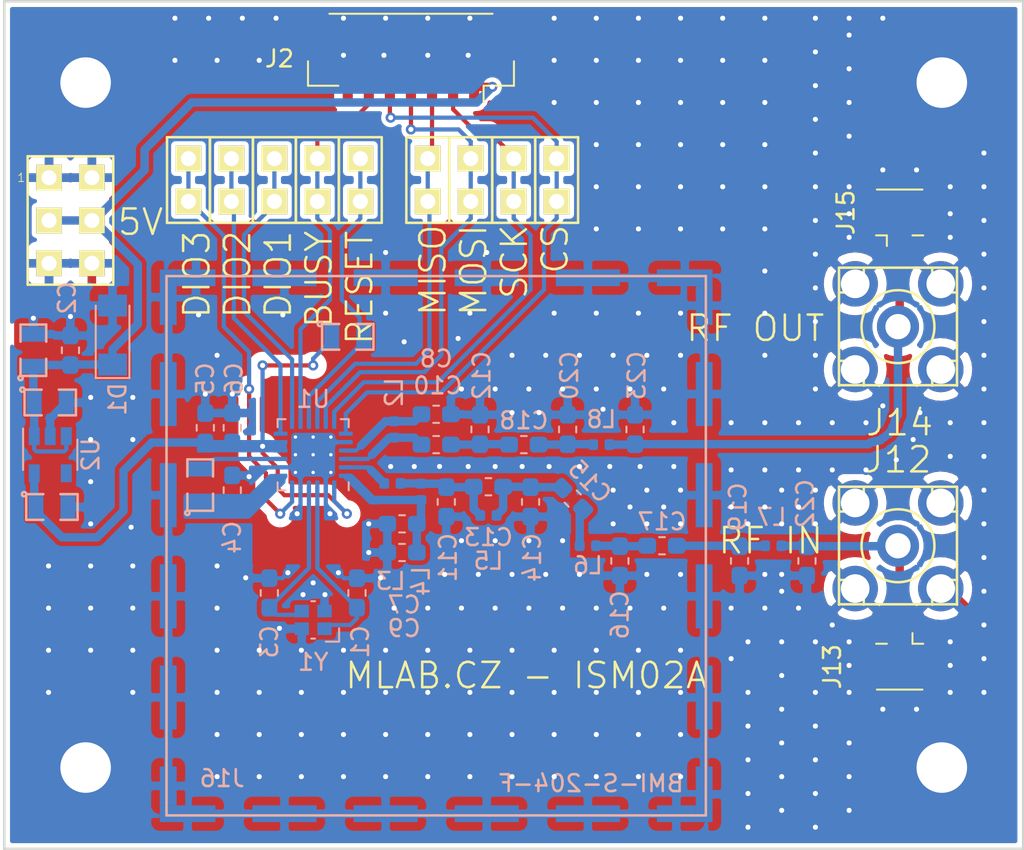
<source format=kicad_pcb>
(kicad_pcb (version 20171130) (host pcbnew "(5.1.2)-1")
  (title_block (title NAME) (date "%d. %m. %Y") (rev REV) (company "Mlab www.mlab.cz") (comment 1 VERSION) (comment 2 "Short description\\nTwo lines are maximum") (comment 3 "nickname <email@example.com>"))
  (layers (0 F.Cu signal) (31 B.Cu signal) (34 B.Paste user) (35 F.Paste user) (36 B.SilkS user) (37 F.SilkS user hide) (38 B.Mask user) (39 F.Mask user) (44 Edge.Cuts user))
  (net 0 "")
  (net 1 "Net-(C1-Pad1)")
  (net 2 GND)
  (net 3 +5V)
  (net 4 "Net-(C3-Pad1)")
  (net 5 "Net-(C4-Pad1)")
  (net 6 +3V3)
  (net 7 "Net-(C7-Pad1)")
  (net 8 "Net-(C8-Pad1)")
  (net 9 "Net-(C10-Pad1)")
  (net 10 "Net-(C10-Pad2)")
  (net 11 "Net-(C11-Pad1)")
  (net 12 "Net-(C13-Pad1)")
  (net 13 "Net-(C15-Pad1)")
  (net 14 "Net-(C16-Pad1)")
  (net 15 "Net-(C17-Pad1)")
  (net 16 "Net-(C18-Pad1)")
  (net 17 "Net-(C22-Pad2)")
  (net 18 "Net-(C23-Pad2)")
  (net 19 /SCK)
  (net 20 /MISO)
  (net 21 /MOSI)
  (net 22 /#CS)
  (net 23 /#RESET)
  (net 24 /DIO1)
  (net 25 /DIO2)
  (net 26 /DIO3)
  (net 27 /BUSY)
  (net 28 "Net-(L1-Pad2)")
  (net 29 "Net-(L3-Pad1)")
  (net 30 "Net-(U2-Pad4)")
  (module Capacitor_SMD:C_0603_1608Metric_Pad1.05x0.95mm_HandSolder (layer B.Cu) (at 163.6 107.8 180)
    (fp_text reference C13 (at 0 -3) (layer B.SilkS) (effects (justify mirror)))
    (fp_text value 3p3)
    (pad 2 smd roundrect (at 0.875 0 180) (size 1.05 0.95) (layers B.Cu B.Paste B.Mask) (net 11 "Net-(C11-Pad1)"))
    (pad 1 smd roundrect (at -0.875 0 180) (size 1.05 0.95) (layers B.Cu B.Paste B.Mask) (net 12 "Net-(C13-Pad1)"))
  )
  (module Mlab_R:SMD-0805 (layer B.Cu) (at 136.6 99.7 90)
    (fp_text reference C25)
    (fp_text value 10uF)
    (pad 1 smd rect (at -0.9525 0 90) (size 0.889 1.397) (layers B.Cu B.Paste B.Mask) (net 3 +5V))
    (pad 2 smd rect (at 0.9525 0 90) (size 0.889 1.397) (layers B.Cu B.Paste B.Mask) (net 2 GND))
  )
  (module Mlab_R:SMD-0805 (layer B.Cu) (at 137.6 102.8)
    (fp_text reference C21)
    (fp_text value 10uF)
    (pad 2 smd rect (at 0.9525 0) (size 0.889 1.397) (layers B.Cu B.Paste B.Mask) (net 2 GND))
    (pad 1 smd rect (at -0.9525 0) (size 0.889 1.397) (layers B.Cu B.Paste B.Mask) (net 3 +5V))
  )
  (module Mlab_R:SMD-0805 (layer B.Cu) (at 137.7 109)
    (fp_text reference C24)
    (fp_text value 10uF)
    (pad 2 smd rect (at 0.9525 0) (size 0.889 1.397) (layers B.Cu B.Paste B.Mask) (net 2 GND))
    (pad 1 smd rect (at -0.9525 0) (size 0.889 1.397) (layers B.Cu B.Paste B.Mask) (net 6 +3V3))
  )
  (module Capacitor_SMD:C_0603_1608Metric_Pad1.05x0.95mm_HandSolder (layer B.Cu) (at 138.8 99.7 90)
    (fp_text reference C2 (at 3.1 -0.2 270) (layer B.SilkS) (effects (justify mirror)))
    (fp_text value 100nF)
    (pad 2 smd roundrect (at 0.875 0 90) (size 1.05 0.95) (layers B.Cu B.Paste B.Mask) (net 2 GND))
    (pad 1 smd roundrect (at -0.875 0 90) (size 1.05 0.95) (layers B.Cu B.Paste B.Mask) (net 3 +5V))
  )
  (module Package_TO_SOT_SMD:SOT-23-5 (layer B.Cu) (at 137.6 105.9 270)
    (fp_text reference U2 (at 0 -2.4 90) (layer B.SilkS) (effects (justify mirror)))
    (fp_text value MIC5504-3.3YM5)
    (pad 1 smd rect (at -1.1 0.95 270) (size 1.06 0.65) (layers B.Cu B.Paste B.Mask) (net 3 +5V))
    (pad 2 smd rect (at -1.1 0 270) (size 1.06 0.65) (layers B.Cu B.Paste B.Mask) (net 2 GND))
    (pad 3 smd rect (at -1.1 -0.95 270) (size 1.06 0.65) (layers B.Cu B.Paste B.Mask) (net 3 +5V))
    (pad 4 smd rect (at 1.1 -0.95 270) (size 1.06 0.65) (layers B.Cu B.Paste B.Mask) (net 30 "Net-(U2-Pad4)"))
    (pad 5 smd rect (at 1.1 0.95 270) (size 1.06 0.65) (layers B.Cu B.Paste B.Mask) (net 6 +3V3))
  )
  (module Inductor_SMD:L_0402_1005Metric (layer B.Cu) (at 157.9 107.6)
    (fp_text reference L3 (at -0.1 5.8) (layer B.SilkS) (effects (justify mirror)))
    (fp_text value 0R)
    (pad 1 smd roundrect (at -0.485 0) (size 0.59 0.64) (layers B.Cu B.Paste B.Mask) (net 29 "Net-(L3-Pad1)"))
    (pad 2 smd roundrect (at 0.485 0) (size 0.59 0.64) (layers B.Cu B.Paste B.Mask) (net 11 "Net-(C11-Pad1)"))
  )
  (module Capacitor_SMD:C_0603_1608Metric_Pad1.05x0.95mm_HandSolder (layer B.Cu) (at 155.8 114.1 90)
    (fp_text reference C1 (at -2.9 0.2 270) (layer B.SilkS) (effects (justify mirror)))
    (fp_text value -)
    (pad 1 smd roundrect (at -0.875 0 90) (size 1.05 0.95) (layers B.Cu B.Paste B.Mask) (net 1 "Net-(C1-Pad1)"))
    (pad 2 smd roundrect (at 0.875 0 90) (size 1.05 0.95) (layers B.Cu B.Paste B.Mask) (net 2 GND))
  )
  (module Capacitor_SMD:C_0603_1608Metric_Pad1.05x0.95mm_HandSolder (layer B.Cu) (at 150.6 114.1 90)
    (fp_text reference C3 (at -2.9 0 270) (layer B.SilkS) (effects (justify mirror)))
    (fp_text value -)
    (pad 2 smd roundrect (at 0.875 0 90) (size 1.05 0.95) (layers B.Cu B.Paste B.Mask) (net 2 GND))
    (pad 1 smd roundrect (at -0.875 0 90) (size 1.05 0.95) (layers B.Cu B.Paste B.Mask) (net 4 "Net-(C3-Pad1)"))
  )
  (module Capacitor_SMD:C_0603_1608Metric_Pad1.05x0.95mm_HandSolder (layer B.Cu) (at 148.4 108 90)
    (fp_text reference C4 (at -2.8 0 270) (layer B.SilkS) (effects (justify mirror)))
    (fp_text value 470nF)
    (pad 1 smd roundrect (at -0.875 0 90) (size 1.05 0.95) (layers B.Cu B.Paste B.Mask) (net 5 "Net-(C4-Pad1)"))
    (pad 2 smd roundrect (at 0.875 0 90) (size 1.05 0.95) (layers B.Cu B.Paste B.Mask) (net 2 GND))
  )
  (module Capacitor_SMD:C_0603_1608Metric_Pad1.05x0.95mm_HandSolder (layer B.Cu) (at 146.8 104.3 90)
    (fp_text reference C5 (at 2.9 0 270) (layer B.SilkS) (effects (justify mirror)))
    (fp_text value 1uF)
    (pad 2 smd roundrect (at 0.875 0 90) (size 1.05 0.95) (layers B.Cu B.Paste B.Mask) (net 2 GND))
    (pad 1 smd roundrect (at -0.875 0 90) (size 1.05 0.95) (layers B.Cu B.Paste B.Mask) (net 6 +3V3))
  )
  (module Capacitor_SMD:C_0603_1608Metric_Pad1.05x0.95mm_HandSolder (layer B.Cu) (at 148.4 104.3 90)
    (fp_text reference C6 (at 2.9 0.1 270) (layer B.SilkS) (effects (justify mirror)))
    (fp_text value 100nF)
    (pad 2 smd roundrect (at 0.875 0 90) (size 1.05 0.95) (layers B.Cu B.Paste B.Mask) (net 2 GND))
    (pad 1 smd roundrect (at -0.875 0 90) (size 1.05 0.95) (layers B.Cu B.Paste B.Mask) (net 6 +3V3))
  )
  (module Capacitor_SMD:C_0603_1608Metric_Pad1.05x0.95mm_HandSolder (layer B.Cu) (at 158.475 111.7 180)
    (fp_text reference C7 (at -0.125 -3.1 180) (layer B.SilkS) (effects (justify mirror)))
    (fp_text value 47nF)
    (pad 2 smd roundrect (at 0.875 0 180) (size 1.05 0.95) (layers B.Cu B.Paste B.Mask) (net 2 GND))
    (pad 1 smd roundrect (at -0.875 0 180) (size 1.05 0.95) (layers B.Cu B.Paste B.Mask) (net 7 "Net-(C7-Pad1)"))
  )
  (module Capacitor_SMD:C_0603_1608Metric_Pad1.05x0.95mm_HandSolder (layer B.Cu) (at 160.5 103.5)
    (fp_text reference C8 (at 0 -3.3) (layer B.SilkS) (effects (justify mirror)))
    (fp_text value 1p8)
    (pad 1 smd roundrect (at -0.875 0) (size 1.05 0.95) (layers B.Cu B.Paste B.Mask) (net 8 "Net-(C8-Pad1)"))
    (pad 2 smd roundrect (at 0.875 0) (size 1.05 0.95) (layers B.Cu B.Paste B.Mask) (net 2 GND))
  )
  (module Capacitor_SMD:C_0603_1608Metric_Pad1.05x0.95mm_HandSolder (layer B.Cu) (at 158.475 110 180)
    (fp_text reference C9 (at -0.125 -6.2 180) (layer B.SilkS) (effects (justify mirror)))
    (fp_text value 47pF)
    (pad 1 smd roundrect (at -0.875 0 180) (size 1.05 0.95) (layers B.Cu B.Paste B.Mask) (net 7 "Net-(C7-Pad1)"))
    (pad 2 smd roundrect (at 0.875 0 180) (size 1.05 0.95) (layers B.Cu B.Paste B.Mask) (net 2 GND))
  )
  (module Capacitor_SMD:C_0603_1608Metric_Pad1.05x0.95mm_HandSolder (layer B.Cu) (at 160.5 105.3 180)
    (fp_text reference C10 (at -0.1 3.5) (layer B.SilkS) (effects (justify mirror)))
    (fp_text value 2p4)
    (pad 1 smd roundrect (at -0.875 0 180) (size 1.05 0.95) (layers B.Cu B.Paste B.Mask) (net 9 "Net-(C10-Pad1)"))
    (pad 2 smd roundrect (at 0.875 0 180) (size 1.05 0.95) (layers B.Cu B.Paste B.Mask) (net 10 "Net-(C10-Pad2)"))
  )
  (module Capacitor_SMD:C_0603_1608Metric_Pad1.05x0.95mm_HandSolder (layer B.Cu) (at 161.1 108.7 270)
    (fp_text reference C11 (at 3.3 -0.1 270) (layer B.SilkS) (effects (justify mirror)))
    (fp_text value -)
    (pad 1 smd roundrect (at -0.875 0 270) (size 1.05 0.95) (layers B.Cu B.Paste B.Mask) (net 11 "Net-(C11-Pad1)"))
    (pad 2 smd roundrect (at 0.875 0 270) (size 1.05 0.95) (layers B.Cu B.Paste B.Mask) (net 2 GND))
  )
  (module Capacitor_SMD:C_0603_1608Metric_Pad1.05x0.95mm_HandSolder (layer B.Cu) (at 163.1 104.4 90)
    (fp_text reference C12 (at 3.2 0.1 270) (layer B.SilkS) (effects (justify mirror)))
    (fp_text value -)
    (pad 2 smd roundrect (at 0.875 0 90) (size 1.05 0.95) (layers B.Cu B.Paste B.Mask) (net 2 GND))
    (pad 1 smd roundrect (at -0.875 0 90) (size 1.05 0.95) (layers B.Cu B.Paste B.Mask) (net 9 "Net-(C10-Pad1)"))
  )
  (module Capacitor_SMD:C_0603_1608Metric_Pad1.05x0.95mm_HandSolder (layer B.Cu) (at 166.1 108.7 270)
    (fp_text reference C14 (at 3.3 -0.1 270) (layer B.SilkS) (effects (justify mirror)))
    (fp_text value 5p6)
    (pad 2 smd roundrect (at 0.875 0 270) (size 1.05 0.95) (layers B.Cu B.Paste B.Mask) (net 2 GND))
    (pad 1 smd roundrect (at -0.875 0 270) (size 1.05 0.95) (layers B.Cu B.Paste B.Mask) (net 12 "Net-(C13-Pad1)"))
  )
  (module Capacitor_SMD:C_0603_1608Metric_Pad1.05x0.95mm_HandSolder (layer B.Cu) (at 168.6 108.5 135)
    (fp_text reference C15 (at 0 1.43 135) (layer B.SilkS) (effects (justify mirror)))
    (fp_text value 39pF)
    (pad 1 smd roundrect (at -0.875 0 135) (size 1.05 0.95) (layers B.Cu B.Paste B.Mask) (net 13 "Net-(C15-Pad1)"))
    (pad 2 smd roundrect (at 0.875 0 135) (size 1.05 0.95) (layers B.Cu B.Paste B.Mask) (net 12 "Net-(C13-Pad1)"))
  )
  (module Capacitor_SMD:C_0603_1608Metric_Pad1.05x0.95mm_HandSolder (layer B.Cu) (at 171.4 112.2 270)
    (fp_text reference C16 (at 3.2 0 270) (layer B.SilkS) (effects (justify mirror)))
    (fp_text value 2p2)
    (pad 2 smd roundrect (at 0.875 0 270) (size 1.05 0.95) (layers B.Cu B.Paste B.Mask) (net 2 GND))
    (pad 1 smd roundrect (at -0.875 0 270) (size 1.05 0.95) (layers B.Cu B.Paste B.Mask) (net 14 "Net-(C16-Pad1)"))
  )
  (module Capacitor_SMD:C_0603_1608Metric_Pad1.05x0.95mm_HandSolder (layer B.Cu) (at 173.9 111.3 180)
    (fp_text reference C17 (at 0 1.43) (layer B.SilkS) (effects (justify mirror)))
    (fp_text value 39pF)
    (pad 1 smd roundrect (at -0.875 0 180) (size 1.05 0.95) (layers B.Cu B.Paste B.Mask) (net 15 "Net-(C17-Pad1)"))
    (pad 2 smd roundrect (at 0.875 0 180) (size 1.05 0.95) (layers B.Cu B.Paste B.Mask) (net 14 "Net-(C16-Pad1)"))
  )
  (module Capacitor_SMD:C_0603_1608Metric_Pad1.05x0.95mm_HandSolder (layer B.Cu) (at 165.7 105.3 180)
    (fp_text reference C18 (at 0 1.43) (layer B.SilkS) (effects (justify mirror)))
    (fp_text value 39pF)
    (pad 2 smd roundrect (at 0.875 0 180) (size 1.05 0.95) (layers B.Cu B.Paste B.Mask) (net 9 "Net-(C10-Pad1)"))
    (pad 1 smd roundrect (at -0.875 0 180) (size 1.05 0.95) (layers B.Cu B.Paste B.Mask) (net 16 "Net-(C18-Pad1)"))
  )
  (module Capacitor_SMD:C_0603_1608Metric_Pad1.05x0.95mm_HandSolder (layer B.Cu) (at 178.5 112.2 90)
    (fp_text reference C19 (at 3.2 -0.1 270) (layer B.SilkS) (effects (justify mirror)))
    (fp_text value 3p3)
    (pad 2 smd roundrect (at 0.875 0 90) (size 1.05 0.95) (layers B.Cu B.Paste B.Mask) (net 15 "Net-(C17-Pad1)"))
    (pad 1 smd roundrect (at -0.875 0 90) (size 1.05 0.95) (layers B.Cu B.Paste B.Mask) (net 2 GND))
  )
  (module Capacitor_SMD:C_0603_1608Metric_Pad1.05x0.95mm_HandSolder (layer B.Cu) (at 168.3 104.4 270)
    (fp_text reference C20 (at -3.2 -0.1 270) (layer B.SilkS) (effects (justify mirror)))
    (fp_text value 3p3)
    (pad 1 smd roundrect (at -0.875 0 270) (size 1.05 0.95) (layers B.Cu B.Paste B.Mask) (net 2 GND))
    (pad 2 smd roundrect (at 0.875 0 270) (size 1.05 0.95) (layers B.Cu B.Paste B.Mask) (net 16 "Net-(C18-Pad1)"))
  )
  (module Capacitor_SMD:C_0603_1608Metric_Pad1.05x0.95mm_HandSolder (layer B.Cu) (at 182.5 112.2 90)
    (fp_text reference C22 (at 3.4 -0.1 270) (layer B.SilkS) (effects (justify mirror)))
    (fp_text value 3p3)
    (pad 1 smd roundrect (at -0.875 0 90) (size 1.05 0.95) (layers B.Cu B.Paste B.Mask) (net 2 GND))
    (pad 2 smd roundrect (at 0.875 0 90) (size 1.05 0.95) (layers B.Cu B.Paste B.Mask) (net 17 "Net-(C22-Pad2)"))
  )
  (module Capacitor_SMD:C_0603_1608Metric_Pad1.05x0.95mm_HandSolder (layer B.Cu) (at 172.3 104.4 270)
    (fp_text reference C23 (at -3.2 -0.1 270) (layer B.SilkS) (effects (justify mirror)))
    (fp_text value 3p3)
    (pad 2 smd roundrect (at 0.875 0 270) (size 1.05 0.95) (layers B.Cu B.Paste B.Mask) (net 18 "Net-(C23-Pad2)"))
    (pad 1 smd roundrect (at -0.875 0 270) (size 1.05 0.95) (layers B.Cu B.Paste B.Mask) (net 2 GND))
  )
  (module Mlab_D:Diode-MiniMELF_Standard (layer B.Cu) (at 141.3 98.8 90)
    (fp_text reference D1 (at -3.8 0.3 270) (layer B.SilkS) (effects (justify mirror)))
    (fp_text value BZV55C-5,6V)
    (pad 1 smd rect (at -1.75 0 90) (size 1.3 1.7) (layers B.Cu B.Paste B.Mask) (net 3 +5V))
    (pad 2 smd rect (at 1.75 0 90) (size 1.3 1.7) (layers B.Cu B.Paste B.Mask) (net 2 GND))
  )
  (module Mlab_Pin_Headers:Straight_2x03 (layer F.Cu) (at 138.8 92)
    (fp_text reference J1 hide)
    (fp_text value JUMP_3X2 hide)
    (fp_text user 1 (at -2.921 -2.54) (layer F.SilkS) (effects (font (size 0.5 0.5) (thickness 0.05))))
    (pad 1 thru_hole rect (at -1.27 -2.54) (size 1.524 1.524) (drill 0.889) (layers *.Cu *.Mask F.SilkS) (net 2 GND))
    (pad 2 thru_hole rect (at 1.27 -2.54) (size 1.524 1.524) (drill 0.889) (layers *.Cu *.Mask F.SilkS) (net 2 GND))
    (pad 3 thru_hole rect (at -1.27 0) (size 1.524 1.524) (drill 0.889) (layers *.Cu *.Mask F.SilkS) (net 3 +5V))
    (pad 4 thru_hole rect (at 1.27 0) (size 1.524 1.524) (drill 0.889) (layers *.Cu *.Mask F.SilkS) (net 3 +5V))
    (pad 5 thru_hole rect (at -1.27 2.54) (size 1.524 1.524) (drill 0.889) (layers *.Cu *.Mask F.SilkS) (net 2 GND))
    (pad 6 thru_hole rect (at 1.27 2.54) (size 1.524 1.524) (drill 0.889) (layers *.Cu *.Mask F.SilkS) (net 2 GND))
  )
  (module Connector_JST:JST_GH_SM07B-GHS-TB_1x07-1MP_P1.25mm_Horizontal (layer F.Cu) (at 159.004 82.296 180)
    (fp_text reference J2 (at 7.804 -0.104) (layer F.SilkS))
    (fp_text value SM07B-GHS-TB)
    (pad 1 smd roundrect (at -3.75 -1.85 180) (size 0.6 1.7) (layers F.Cu F.Paste F.Mask) (net 3 +5V))
    (pad 2 smd roundrect (at -2.5 -1.85 180) (size 0.6 1.7) (layers F.Cu F.Paste F.Mask) (net 19 /SCK))
    (pad 3 smd roundrect (at -1.25 -1.85 180) (size 0.6 1.7) (layers F.Cu F.Paste F.Mask) (net 20 /MISO))
    (pad 4 smd roundrect (at 0 -1.85 180) (size 0.6 1.7) (layers F.Cu F.Paste F.Mask) (net 21 /MOSI))
    (pad 5 smd roundrect (at 1.25 -1.85 180) (size 0.6 1.7) (layers F.Cu F.Paste F.Mask) (net 22 /#CS))
    (pad 6 smd roundrect (at 2.5 -1.85 180) (size 0.6 1.7) (layers F.Cu F.Paste F.Mask) (net 27 /BUSY))
    (pad 7 smd roundrect (at 3.75 -1.85 180) (size 0.6 1.7) (layers F.Cu F.Paste F.Mask) (net 2 GND))
    (pad MP smd roundrect (at -5.6 1.35 180) (size 1 2.7) (layers F.Cu F.Paste F.Mask) (net 2 GND))
    (pad MP smd roundrect (at 5.6 1.35 180) (size 1 2.7) (layers F.Cu F.Paste F.Mask) (net 2 GND))
  )
  (module Mlab_Pin_Headers:Straight_2x01 (layer F.Cu) (at 156 89.6 90)
    (fp_text reference J3 hide)
    (fp_text value HEADER_2x01_PARALLEL hide)
    (pad 2 thru_hole rect (at 1.27 0 90) (size 1.524 1.524) (drill 0.889) (layers *.Cu *.Mask F.SilkS) (net 23 /#RESET))
    (pad 1 thru_hole rect (at -1.27 0 90) (size 1.524 1.524) (drill 0.889) (layers *.Cu *.Mask F.SilkS) (net 23 /#RESET))
  )
  (module Mlab_Pin_Headers:Straight_2x01 (layer F.Cu) (at 165.1 89.6 90)
    (fp_text reference J4 hide)
    (fp_text value HEADER_2x01_PARALLEL hide)
    (pad 1 thru_hole rect (at -1.27 0 90) (size 1.524 1.524) (drill 0.889) (layers *.Cu *.Mask F.SilkS) (net 19 /SCK))
    (pad 2 thru_hole rect (at 1.27 0 90) (size 1.524 1.524) (drill 0.889) (layers *.Cu *.Mask F.SilkS) (net 19 /SCK))
  )
  (module Mlab_Pin_Headers:Straight_2x01 (layer F.Cu) (at 160 89.6 90)
    (fp_text reference J5 hide)
    (fp_text value HEADER_2x01_PARALLEL hide)
    (pad 1 thru_hole rect (at -1.27 0 90) (size 1.524 1.524) (drill 0.889) (layers *.Cu *.Mask F.SilkS) (net 20 /MISO))
    (pad 2 thru_hole rect (at 1.27 0 90) (size 1.524 1.524) (drill 0.889) (layers *.Cu *.Mask F.SilkS) (net 20 /MISO))
  )
  (module Mlab_Pin_Headers:Straight_2x01 (layer F.Cu) (at 162.55 89.6 90)
    (fp_text reference J6 hide)
    (fp_text value HEADER_2x01_PARALLEL hide)
    (pad 2 thru_hole rect (at 1.27 0 90) (size 1.524 1.524) (drill 0.889) (layers *.Cu *.Mask F.SilkS) (net 21 /MOSI))
    (pad 1 thru_hole rect (at -1.27 0 90) (size 1.524 1.524) (drill 0.889) (layers *.Cu *.Mask F.SilkS) (net 21 /MOSI))
  )
  (module Mlab_Pin_Headers:Straight_2x01 (layer F.Cu) (at 167.65 89.6 90)
    (fp_text reference J7 hide)
    (fp_text value HEADER_2x01_PARALLEL hide)
    (pad 1 thru_hole rect (at -1.27 0 90) (size 1.524 1.524) (drill 0.889) (layers *.Cu *.Mask F.SilkS) (net 22 /#CS))
    (pad 2 thru_hole rect (at 1.27 0 90) (size 1.524 1.524) (drill 0.889) (layers *.Cu *.Mask F.SilkS) (net 22 /#CS))
  )
  (module Mlab_Pin_Headers:Straight_2x01 (layer F.Cu) (at 150.9 89.6 90)
    (fp_text reference J8 hide)
    (fp_text value HEADER_2x01_PARALLEL hide)
    (pad 2 thru_hole rect (at 1.27 0 90) (size 1.524 1.524) (drill 0.889) (layers *.Cu *.Mask F.SilkS) (net 24 /DIO1))
    (pad 1 thru_hole rect (at -1.27 0 90) (size 1.524 1.524) (drill 0.889) (layers *.Cu *.Mask F.SilkS) (net 24 /DIO1))
  )
  (module Mlab_Pin_Headers:Straight_2x01 (layer F.Cu) (at 148.35 89.6 90)
    (fp_text reference J9 hide)
    (fp_text value HEADER_2x01_PARALLEL hide)
    (pad 1 thru_hole rect (at -1.27 0 90) (size 1.524 1.524) (drill 0.889) (layers *.Cu *.Mask F.SilkS) (net 25 /DIO2))
    (pad 2 thru_hole rect (at 1.27 0 90) (size 1.524 1.524) (drill 0.889) (layers *.Cu *.Mask F.SilkS) (net 25 /DIO2))
  )
  (module Mlab_Pin_Headers:Straight_2x01 (layer F.Cu) (at 145.8 89.6 90)
    (fp_text reference J10 hide)
    (fp_text value HEADER_2x01_PARALLEL hide)
    (pad 1 thru_hole rect (at -1.27 0 90) (size 1.524 1.524) (drill 0.889) (layers *.Cu *.Mask F.SilkS) (net 26 /DIO3))
    (pad 2 thru_hole rect (at 1.27 0 90) (size 1.524 1.524) (drill 0.889) (layers *.Cu *.Mask F.SilkS) (net 26 /DIO3))
  )
  (module Mlab_Pin_Headers:Straight_2x01 (layer F.Cu) (at 153.45 89.6 90)
    (fp_text reference J11 hide)
    (fp_text value HEADER_2x01_PARALLEL hide)
    (pad 2 thru_hole rect (at 1.27 0 90) (size 1.524 1.524) (drill 0.889) (layers *.Cu *.Mask F.SilkS) (net 27 /BUSY))
    (pad 1 thru_hole rect (at -1.27 0 90) (size 1.524 1.524) (drill 0.889) (layers *.Cu *.Mask F.SilkS) (net 27 /BUSY))
  )
  (module Mlab_CON:SMA6251A13G50 (layer F.Cu) (at 187.9 111.3)
    (fp_text reference J12 (at 0 -5.1) (layer F.SilkS) (effects (font (size 1.5 1.5))))
    (fp_text value SMA hide)
    (pad 2 thru_hole circle (at 2.54 -2.54 180) (size 2.7 2.7) (drill 1.7) (layers *.Cu *.Mask) (net 2 GND))
    (pad 2 thru_hole circle (at -2.54 -2.54 180) (size 2.7 2.7) (drill 1.7) (layers *.Cu *.Mask) (net 2 GND))
    (pad 2 thru_hole circle (at -2.54 2.54 180) (size 2.7 2.7) (drill 1.7) (layers *.Cu *.Mask) (net 2 GND))
    (pad 2 thru_hole circle (at 2.54 2.54 180) (size 2.7 2.7) (drill 1.7) (layers *.Cu *.Mask) (net 2 GND))
    (pad 1 thru_hole circle (at 0 0 180) (size 2.5 2.5) (drill 1.5) (layers *.Cu *.Mask) (net 17 "Net-(C22-Pad2)"))
  )
  (module Connector_Coaxial:U.FL_Hirose_U.FL-R-SMT-1_Vertical (layer F.Cu) (at 188 118 270)
    (fp_text reference J13 (at 0.475 4 90) (layer F.SilkS))
    (fp_text value U.FL)
    (pad 2 smd rect (at 0.475 -1.475 270) (size 2.2 1.05) (layers F.Cu F.Paste F.Mask) (net 2 GND))
    (pad 1 smd rect (at -1.05 0 270) (size 1.05 1) (layers F.Cu F.Paste F.Mask) (net 17 "Net-(C22-Pad2)"))
    (pad 2 smd rect (at 0.475 1.475 270) (size 2.2 1.05) (layers F.Cu F.Paste F.Mask) (net 2 GND))
  )
  (module Mlab_CON:SMA6251A13G50 (layer F.Cu) (at 187.9 98.3)
    (fp_text reference J14 (at 0.1 5.7 180) (layer F.SilkS) (effects (font (size 1.5 1.5))))
    (fp_text value SMA hide)
    (pad 1 thru_hole circle (at 0 0 180) (size 2.5 2.5) (drill 1.5) (layers *.Cu *.Mask) (net 18 "Net-(C23-Pad2)"))
    (pad 2 thru_hole circle (at 2.54 2.54 180) (size 2.7 2.7) (drill 1.7) (layers *.Cu *.Mask) (net 2 GND))
    (pad 2 thru_hole circle (at -2.54 2.54 180) (size 2.7 2.7) (drill 1.7) (layers *.Cu *.Mask) (net 2 GND))
    (pad 2 thru_hole circle (at -2.54 -2.54 180) (size 2.7 2.7) (drill 1.7) (layers *.Cu *.Mask) (net 2 GND))
    (pad 2 thru_hole circle (at 2.54 -2.54 180) (size 2.7 2.7) (drill 1.7) (layers *.Cu *.Mask) (net 2 GND))
  )
  (module Connector_Coaxial:U.FL_Hirose_U.FL-R-SMT-1_Vertical (layer F.Cu) (at 188 92 90)
    (fp_text reference J15 (at 0.475 -3.2 90) (layer F.SilkS))
    (fp_text value U.FL)
    (pad 2 smd rect (at 0.475 1.475 90) (size 2.2 1.05) (layers F.Cu F.Paste F.Mask) (net 2 GND))
    (pad 1 smd rect (at -1.05 0 90) (size 1.05 1) (layers F.Cu F.Paste F.Mask) (net 18 "Net-(C23-Pad2)"))
    (pad 2 smd rect (at 0.475 -1.475 90) (size 2.2 1.05) (layers F.Cu F.Paste F.Mask) (net 2 GND))
  )
  (module Mlab_R:SMD-0805 (layer B.Cu) (at 146.5 107.7 90)
    (fp_text reference L1)
    (fp_text value 15uH)
    (pad 1 smd rect (at -0.9525 0 90) (size 0.889 1.397) (layers B.Cu B.Paste B.Mask) (net 5 "Net-(C4-Pad1)"))
    (pad 2 smd rect (at 0.9525 0 90) (size 0.889 1.397) (layers B.Cu B.Paste B.Mask) (net 28 "Net-(L1-Pad2)"))
  )
  (module Inductor_SMD:L_0402_1005Metric (layer B.Cu) (at 158 104.4 270)
    (fp_text reference L2 (at -2.2 0 270) (layer B.SilkS) (effects (justify mirror)))
    (fp_text value 15nH)
    (pad 1 smd roundrect (at -0.485 0 270) (size 0.59 0.64) (layers B.Cu B.Paste B.Mask) (net 8 "Net-(C8-Pad1)"))
    (pad 2 smd roundrect (at 0.485 0 270) (size 0.59 0.64) (layers B.Cu B.Paste B.Mask) (net 10 "Net-(C10-Pad2)"))
  )
  (module Inductor_SMD:L_0402_1005Metric (layer B.Cu) (at 159.6 108.1 90)
    (fp_text reference L4 (at -5.3 0 270) (layer B.SilkS) (effects (justify mirror)))
    (fp_text value 47nH)
    (pad 1 smd roundrect (at -0.485 0 90) (size 0.59 0.64) (layers B.Cu B.Paste B.Mask) (net 7 "Net-(C7-Pad1)"))
    (pad 2 smd roundrect (at 0.485 0 90) (size 0.59 0.64) (layers B.Cu B.Paste B.Mask) (net 11 "Net-(C11-Pad1)"))
  )
  (module Inductor_SMD:L_0402_1005Metric (layer B.Cu) (at 163.6 109.5)
    (fp_text reference L5 (at 0 2.7) (layer B.SilkS) (effects (justify mirror)))
    (fp_text value 2n5)
    (pad 2 smd roundrect (at 0.485 0) (size 0.59 0.64) (layers B.Cu B.Paste B.Mask) (net 12 "Net-(C13-Pad1)"))
    (pad 1 smd roundrect (at -0.485 0) (size 0.59 0.64) (layers B.Cu B.Paste B.Mask) (net 11 "Net-(C11-Pad1)"))
  )
  (module Inductor_SMD:L_0402_1005Metric (layer B.Cu) (at 169.5 111.3)
    (fp_text reference L6 (at 0 1.17) (layer B.SilkS) (effects (justify mirror)))
    (fp_text value 4n7)
    (pad 2 smd roundrect (at 0.485 0) (size 0.59 0.64) (layers B.Cu B.Paste B.Mask) (net 14 "Net-(C16-Pad1)"))
    (pad 1 smd roundrect (at -0.485 0) (size 0.59 0.64) (layers B.Cu B.Paste B.Mask) (net 13 "Net-(C15-Pad1)"))
  )
  (module Inductor_SMD:L_0402_1005Metric (layer B.Cu) (at 180.5 111.3)
    (fp_text reference L7 (at -0.1 -1.7) (layer B.SilkS) (effects (justify mirror)))
    (fp_text value 9n1)
    (pad 2 smd roundrect (at 0.485 0) (size 0.59 0.64) (layers B.Cu B.Paste B.Mask) (net 17 "Net-(C22-Pad2)"))
    (pad 1 smd roundrect (at -0.485 0) (size 0.59 0.64) (layers B.Cu B.Paste B.Mask) (net 15 "Net-(C17-Pad1)"))
  )
  (module Inductor_SMD:L_0402_1005Metric (layer B.Cu) (at 170.3 105.3)
    (fp_text reference L8 (at 0 -1.5) (layer B.SilkS) (effects (justify mirror)))
    (fp_text value 9n1)
    (pad 1 smd roundrect (at -0.485 0) (size 0.59 0.64) (layers B.Cu B.Paste B.Mask) (net 16 "Net-(C18-Pad1)"))
    (pad 2 smd roundrect (at 0.485 0) (size 0.59 0.64) (layers B.Cu B.Paste B.Mask) (net 18 "Net-(C23-Pad2)"))
  )
  (module Mlab_Mechanical:MountingHole_3mm (layer F.Cu) (at 190.5 83.82)
    (fp_text reference M1 hide)
    (fp_text value HOLE hide)
    (pad 1 thru_hole circle (at 0 0) (size 6 6) (drill 3) (layers *.Cu *.Adhes *.Mask) (net 2 GND) (clearance 1))
  )
  (module Mlab_Mechanical:MountingHole_3mm (layer F.Cu) (at 139.7 83.82)
    (fp_text reference M2 hide)
    (fp_text value HOLE hide)
    (pad 1 thru_hole circle (at 0 0) (size 6 6) (drill 3) (layers *.Cu *.Adhes *.Mask) (net 2 GND) (clearance 1))
  )
  (module Mlab_Mechanical:MountingHole_3mm (layer F.Cu) (at 190.5 124.46)
    (fp_text reference M3 hide)
    (fp_text value HOLE hide)
    (pad 1 thru_hole circle (at 0 0) (size 6 6) (drill 3) (layers *.Cu *.Adhes *.Mask) (net 2 GND) (clearance 1))
  )
  (module Mlab_Mechanical:MountingHole_3mm (layer F.Cu) (at 139.7 124.46)
    (fp_text reference M4 hide)
    (fp_text value HOLE hide)
    (pad 1 thru_hole circle (at 0 0) (size 6 6) (drill 3) (layers *.Cu *.Adhes *.Mask) (net 2 GND) (clearance 1))
  )
  (module Mlab_R:SMD-0805 (layer B.Cu) (at 155.254 98.904)
    (fp_text reference R1)
    (fp_text value 10k)
    (pad 2 smd rect (at 0.9525 0) (size 0.889 1.397) (layers B.Cu B.Paste B.Mask) (net 23 /#RESET))
    (pad 1 smd rect (at -0.9525 0) (size 0.889 1.397) (layers B.Cu B.Paste B.Mask) (net 6 +3V3))
  )
  (module Package_DFN_QFN:QFN-24-1EP_4x4mm_P0.5mm_EP2.6x2.6mm_ThermalVias (layer B.Cu) (at 153.2 105.9 90)
    (fp_text reference U1 (at 3.3 0) (layer B.SilkS) (effects (justify mirror)))
    (fp_text value SX1262)
    (pad 25 smd roundrect (at 0 0 90) (size 2.6 2.6) (layers B.Cu B.Mask) (roundrect_rratio 0.096154) (net 2 GND))
    (pad 25 thru_hole circle (at -1.05 1.05 90) (size 0.5 0.5) (drill 0.2) (layers *.Cu) (net 2 GND))
    (pad 25 thru_hole circle (at 0 1.05 90) (size 0.5 0.5) (drill 0.2) (layers *.Cu) (net 2 GND))
    (pad 25 thru_hole circle (at 1.05 1.05 90) (size 0.5 0.5) (drill 0.2) (layers *.Cu) (net 2 GND))
    (pad 25 thru_hole circle (at -1.05 0 90) (size 0.5 0.5) (drill 0.2) (layers *.Cu) (net 2 GND))
    (pad 25 thru_hole circle (at 0 0 90) (size 0.5 0.5) (drill 0.2) (layers *.Cu) (net 2 GND))
    (pad 25 thru_hole circle (at 1.05 0 90) (size 0.5 0.5) (drill 0.2) (layers *.Cu) (net 2 GND))
    (pad 25 thru_hole circle (at -1.05 -1.05 90) (size 0.5 0.5) (drill 0.2) (layers *.Cu) (net 2 GND))
    (pad 25 thru_hole circle (at 0 -1.05 90) (size 0.5 0.5) (drill 0.2) (layers *.Cu) (net 2 GND))
    (pad 25 thru_hole circle (at 1.05 -1.05 90) (size 0.5 0.5) (drill 0.2) (layers *.Cu) (net 2 GND))
    (pad 25 smd roundrect (at 0 0 90) (size 2.6 2.6) (layers F.Cu) (roundrect_rratio 0.096154) (net 2 GND))
    (pad 1 smd roundrect (at -1.9375 1.25 90) (size 0.825 0.25) (layers B.Cu B.Paste B.Mask) (net 6 +3V3))
    (pad 2 smd roundrect (at -1.9375 0.75 90) (size 0.825 0.25) (layers B.Cu B.Paste B.Mask) (net 2 GND))
    (pad 3 smd roundrect (at -1.9375 0.25 90) (size 0.825 0.25) (layers B.Cu B.Paste B.Mask) (net 1 "Net-(C1-Pad1)"))
    (pad 4 smd roundrect (at -1.9375 -0.25 90) (size 0.825 0.25) (layers B.Cu B.Paste B.Mask) (net 4 "Net-(C3-Pad1)"))
    (pad 5 smd roundrect (at -1.9375 -0.75 90) (size 0.825 0.25) (layers B.Cu B.Paste B.Mask) (net 2 GND))
    (pad 6 smd roundrect (at -1.9375 -1.25 90) (size 0.825 0.25) (layers B.Cu B.Paste B.Mask) (net 26 /DIO3))
    (pad 7 smd roundrect (at -1.25 -1.9375 90) (size 0.25 0.825) (layers B.Cu B.Paste B.Mask) (net 5 "Net-(C4-Pad1)"))
    (pad 8 smd roundrect (at -0.75 -1.9375 90) (size 0.25 0.825) (layers B.Cu B.Paste B.Mask) (net 2 GND))
    (pad 9 smd roundrect (at -0.25 -1.9375 90) (size 0.25 0.825) (layers B.Cu B.Paste B.Mask) (net 28 "Net-(L1-Pad2)"))
    (pad 10 smd roundrect (at 0.25 -1.9375 90) (size 0.25 0.825) (layers B.Cu B.Paste B.Mask) (net 6 +3V3))
    (pad 11 smd roundrect (at 0.75 -1.9375 90) (size 0.25 0.825) (layers B.Cu B.Paste B.Mask) (net 6 +3V3))
    (pad 12 smd roundrect (at 1.25 -1.9375 90) (size 0.25 0.825) (layers B.Cu B.Paste B.Mask) (net 25 /DIO2))
    (pad 13 smd roundrect (at 1.9375 -1.25 90) (size 0.825 0.25) (layers B.Cu B.Paste B.Mask) (net 24 /DIO1))
    (pad 14 smd roundrect (at 1.9375 -0.75 90) (size 0.825 0.25) (layers B.Cu B.Paste B.Mask) (net 27 /BUSY))
    (pad 15 smd roundrect (at 1.9375 -0.25 90) (size 0.825 0.25) (layers B.Cu B.Paste B.Mask) (net 23 /#RESET))
    (pad 16 smd roundrect (at 1.9375 0.25 90) (size 0.825 0.25) (layers B.Cu B.Paste B.Mask) (net 20 /MISO))
    (pad 17 smd roundrect (at 1.9375 0.75 90) (size 0.825 0.25) (layers B.Cu B.Paste B.Mask) (net 21 /MOSI))
    (pad 18 smd roundrect (at 1.9375 1.25 90) (size 0.825 0.25) (layers B.Cu B.Paste B.Mask) (net 19 /SCK))
    (pad 19 smd roundrect (at 1.25 1.9375 90) (size 0.25 0.825) (layers B.Cu B.Paste B.Mask) (net 22 /#CS))
    (pad 20 smd roundrect (at 0.75 1.9375 90) (size 0.25 0.825) (layers B.Cu B.Paste B.Mask) (net 2 GND))
    (pad 21 smd roundrect (at 0.25 1.9375 90) (size 0.25 0.825) (layers B.Cu B.Paste B.Mask) (net 8 "Net-(C8-Pad1)"))
    (pad 22 smd roundrect (at -0.25 1.9375 90) (size 0.25 0.825) (layers B.Cu B.Paste B.Mask) (net 10 "Net-(C10-Pad2)"))
    (pad 23 smd roundrect (at -0.75 1.9375 90) (size 0.25 0.825) (layers B.Cu B.Paste B.Mask) (net 29 "Net-(L3-Pad1)"))
    (pad 24 smd roundrect (at -1.25 1.9375 90) (size 0.25 0.825) (layers B.Cu B.Paste B.Mask) (net 7 "Net-(C7-Pad1)"))
  )
  (module Mlab_XTAL:Crystal_SMD_NX2016SA (layer B.Cu) (at 153.2 115.7 90)
    (fp_text reference Y1 (at -2.5 0) (layer B.SilkS) (effects (justify mirror)))
    (fp_text value 32MHz)
    (pad 1 smd rect (at -0.525 0.675 90) (size 0.75 0.85) (layers B.Cu B.Paste B.Mask) (net 1 "Net-(C1-Pad1)"))
    (pad 3 smd rect (at 0.525 -0.675 90) (size 0.75 0.85) (layers B.Cu B.Paste B.Mask) (net 4 "Net-(C3-Pad1)"))
    (pad 2 smd rect (at -0.525 -0.675 90) (size 0.75 0.85) (layers B.Cu B.Paste B.Mask) (net 2 GND))
    (pad 4 smd rect (at 0.525 0.675 90) (size 0.75 0.85) (layers B.Cu B.Paste B.Mask) (net 2 GND))
  )
  (module MYLIB:BMI-S-204-F (layer B.Cu) (at 160.5 111.3)
    (fp_text reference J16 (at -12.7 13.8) (layer B.SilkS) (effects (justify mirror)))
    (fp_text value "BMI-S-204-F " (at 8.8 14.1) (layer B.SilkS) (effects (justify mirror)))
    (pad 1 smd rect (at -3 15.9) (size 3.8 1) (layers B.Cu B.Paste B.Mask) (net 2 GND))
    (pad 1 smd rect (at 3 15.9) (size 3.8 1) (layers B.Cu B.Paste B.Mask) (net 2 GND))
    (pad 1 smd rect (at 9 15.9) (size 3.8 1) (layers B.Cu B.Paste B.Mask) (net 2 GND))
    (pad 1 smd rect (at -9 15.9) (size 3.8 1) (layers B.Cu B.Paste B.Mask) (net 2 GND))
    (pad 1 smd rect (at 15.9 -9 90) (size 3.8 1) (layers B.Cu B.Paste B.Mask) (net 2 GND))
    (pad 1 smd rect (at 14.25 15.9) (size 2.3 1) (layers B.Cu B.Paste B.Mask) (net 2 GND))
    (pad 1 smd rect (at 15.9 -3 90) (size 3.8 1) (layers B.Cu B.Paste B.Mask) (net 2 GND))
    (pad 1 smd rect (at 15.9 14.75 90) (size 3.3 1) (layers B.Cu B.Paste B.Mask) (net 2 GND))
    (pad 1 smd rect (at 15.9 3 90) (size 3.8 1) (layers B.Cu B.Paste B.Mask) (net 2 GND))
    (pad 1 smd rect (at 15.9 9 90) (size 3.8 1) (layers B.Cu B.Paste B.Mask) (net 2 GND))
    (pad 1 smd rect (at -9 -15.9 180) (size 3.8 1) (layers B.Cu B.Paste B.Mask) (net 2 GND))
    (pad 1 smd rect (at 15.9 -14.25 90) (size 2.3 1) (layers B.Cu B.Paste B.Mask) (net 2 GND))
    (pad 1 smd rect (at -3 -15.9 180) (size 3.8 1) (layers B.Cu B.Paste B.Mask) (net 2 GND))
    (pad 1 smd rect (at 14.75 -15.9 180) (size 3.3 1) (layers B.Cu B.Paste B.Mask) (net 2 GND))
    (pad 1 smd rect (at 3 -15.9 180) (size 3.8 1) (layers B.Cu B.Paste B.Mask) (net 2 GND))
    (pad 1 smd rect (at 9 -15.9 180) (size 3.8 1) (layers B.Cu B.Paste B.Mask) (net 2 GND))
    (pad 1 smd rect (at -15.9 14.25 270) (size 2.3 1) (layers B.Cu B.Paste B.Mask) (net 2 GND))
    (pad 1 smd rect (at -14.75 15.9) (size 3.3 1) (layers B.Cu B.Paste B.Mask) (net 2 GND))
    (pad 1 smd rect (at -14.25 -15.9 180) (size 2.3 1) (layers B.Cu B.Paste B.Mask) (net 2 GND))
    (pad 1 smd rect (at -15.9 -14.75 270) (size 3.3 1) (layers B.Cu B.Paste B.Mask) (net 2 GND))
    (pad 1 smd rect (at -15.9 9 270) (size 3.8 1) (layers B.Cu B.Paste B.Mask) (net 2 GND))
    (pad 1 smd rect (at -15.9 3 270) (size 3.8 1) (layers B.Cu B.Paste B.Mask) (net 2 GND))
    (pad 1 smd rect (at -15.9 -3 270) (size 3.8 1) (layers B.Cu B.Paste B.Mask) (net 2 GND))
    (pad 1 smd rect (at -15.9 -9 270) (size 3.8 1) (layers B.Cu B.Paste B.Mask) (net 2 GND))
  )
  (dimension 50.292 (width 0.15) (layer F.SilkS) (gr_text "50.292 mm" (at 200.69 104.14 270) (layer F.SilkS) (effects (font (size 1 1) (thickness 0.15)))) (feature1 (pts (xy 195.326 129.286) (xy 199.976421 129.286))) (feature2 (pts (xy 195.326 78.994) (xy 199.976421 78.994))) (crossbar (pts (xy 199.39 78.994) (xy 199.39 129.286))) (arrow1a (pts (xy 199.39 129.286) (xy 198.803579 128.159496))) (arrow1b (pts (xy 199.39 129.286) (xy 199.976421 128.159496))) (arrow2a (pts (xy 199.39 78.994) (xy 198.803579 80.120504))) (arrow2b (pts (xy 199.39 78.994) (xy 199.976421 80.120504))))
  (dimension 60.452 (width 0.15) (layer F.SilkS) (gr_text "60.452 mm" (at 165.1 134.141999) (layer F.SilkS) (effects (font (size 1 1) (thickness 0.15)))) (feature1 (pts (xy 195.326 129.286) (xy 195.326 133.42842))) (feature2 (pts (xy 134.874 129.286) (xy 134.874 133.42842))) (crossbar (pts (xy 134.874 132.841999) (xy 195.326 132.841999))) (arrow1a (pts (xy 195.326 132.841999) (xy 194.199496 133.42842))) (arrow1b (pts (xy 195.326 132.841999) (xy 194.199496 132.255578))) (arrow2a (pts (xy 134.874 132.841999) (xy 136.000504 133.42842))) (arrow2b (pts (xy 134.874 132.841999) (xy 136.000504 132.255578))))
  (gr_text " RF IN" (at 176 111) (layer F.SilkS) (effects (font (size 1.5 1.5)) (justify left)))
  (gr_text " RF OUT" (at 174.088 98.396) (layer F.SilkS) (effects (font (size 1.5 1.5)) (justify left)))
  (gr_text "MLAB.CZ - ISM02A\n" (at 155 119) (layer F.SilkS) (effects (font (size 1.5 1.5)) (justify left)))
  (gr_text 5V (at 141.5 92.1) (layer F.SilkS) (effects (font (size 1.5 1.5)) (justify left)))
  (gr_text "MISO\nMOSI\nSCK\nCS" (at 163.93 92.14 90) (layer F.SilkS) (effects (font (size 1.5 1.5)) (justify right)))
  (gr_text "DIO3\nDIO2\nDIO1\nBUSY\nRESET" (at 151.13 92.496 90) (layer F.SilkS) (effects (font (size 1.5 1.5)) (justify right)))
  (gr_line (start 134.874 129.286) (end 134.874 78.994) (layer Edge.Cuts) (width 0.15))
  (gr_line (start 195.326 129.286) (end 134.874 129.286) (layer Edge.Cuts) (width 0.15))
  (gr_line (start 195.326 78.994) (end 195.326 129.286) (layer Edge.Cuts) (width 0.15))
  (gr_line (start 134.874 78.994) (end 195.326 78.994) (layer Edge.Cuts) (width 0.15))
  (segment (start 154.1 116) (end 153.875 116.225) (width 0.25) (layer B.Cu) (net 1))
  (segment (start 155.4 116) (end 154.1 116) (width 0.25) (layer B.Cu) (net 1))
  (segment (start 155.8 114.975) (end 155.8 115.6) (width 0.25) (layer B.Cu) (net 1))
  (segment (start 155.8 115.6) (end 155.4 116) (width 0.25) (layer B.Cu) (net 1))
  (segment (start 153.45 112.625) (end 155.8 114.975) (width 0.25) (layer B.Cu) (net 1))
  (segment (start 153.45 107.8375) (end 153.45 112.625) (width 0.25) (layer B.Cu) (net 1))
  (via (at 153.9 114.2) (size 0.6) (drill 0.3) (layers F.Cu B.Cu) (net 2))
  (segment (start 153.875 115.175) (end 153.875 114.225) (width 0.25) (layer B.Cu) (net 2))
  (segment (start 153.875 114.225) (end 153.9 114.2) (width 0.25) (layer B.Cu) (net 2))
  (via (at 151.7 112.9) (size 0.6) (drill 0.3) (layers F.Cu B.Cu) (net 2))
  (segment (start 150.6 113.225) (end 151.375 113.225) (width 0.25) (layer B.Cu) (net 2))
  (segment (start 151.375 113.225) (end 151.7 112.9) (width 0.25) (layer B.Cu) (net 2))
  (via (at 154.7 112.9) (size 0.6) (drill 0.3) (layers F.Cu B.Cu) (net 2))
  (segment (start 155.8 113.225) (end 155.025 113.225) (width 0.25) (layer B.Cu) (net 2))
  (segment (start 155.025 113.225) (end 154.7 112.9) (width 0.25) (layer B.Cu) (net 2))
  (segment (start 152.45 107.25) (end 152.15 106.95) (width 0.25) (layer B.Cu) (net 2))
  (segment (start 152.45 107.8375) (end 152.45 107.25) (width 0.25) (layer B.Cu) (net 2))
  (segment (start 153.95 107.25) (end 154.25 106.95) (width 0.25) (layer B.Cu) (net 2))
  (segment (start 153.95 107.8375) (end 153.95 107.25) (width 0.25) (layer B.Cu) (net 2))
  (segment (start 151.85 106.65) (end 152.15 106.95) (width 0.25) (layer B.Cu) (net 2))
  (segment (start 151.2625 106.65) (end 151.85 106.65) (width 0.25) (layer B.Cu) (net 2))
  (segment (start 154.55 105.15) (end 154.25 104.85) (width 0.25) (layer B.Cu) (net 2))
  (segment (start 155.1375 105.15) (end 154.55 105.15) (width 0.25) (layer B.Cu) (net 2))
  (via (at 148.4 102.3) (size 0.6) (drill 0.3) (layers F.Cu B.Cu) (net 2))
  (segment (start 148.4 103.425) (end 148.4 102.3) (width 0.25) (layer B.Cu) (net 2))
  (via (at 146.8 102.3) (size 0.6) (drill 0.3) (layers F.Cu B.Cu) (net 2))
  (segment (start 146.8 103.425) (end 146.8 102.3) (width 0.25) (layer B.Cu) (net 2))
  (segment (start 136.6 98.7475) (end 136.6 97.8) (width 0.5) (layer B.Cu) (net 2))
  (via (at 136.6 97.8) (size 0.6) (drill 0.3) (layers F.Cu B.Cu) (net 2))
  (via (at 138.8 97.7) (size 0.6) (drill 0.3) (layers F.Cu B.Cu) (net 2))
  (segment (start 138.8 98.825) (end 138.8 97.7) (width 0.5) (layer B.Cu) (net 2))
  (segment (start 137.6 103.7525) (end 138.5525 102.8) (width 0.5) (layer B.Cu) (net 2))
  (segment (start 137.6 104.8) (end 137.6 103.7525) (width 0.5) (layer B.Cu) (net 2))
  (segment (start 152.45 109.199992) (end 152.250011 109.399981) (width 0.25) (layer B.Cu) (net 2))
  (segment (start 152.45 107.8375) (end 152.45 109.199992) (width 0.25) (layer B.Cu) (net 2))
  (via (at 152.250011 109.399981) (size 0.6) (drill 0.3) (layers F.Cu B.Cu) (net 2))
  (via (at 154.2 109.4) (size 0.6) (drill 0.3) (layers F.Cu B.Cu) (net 2))
  (segment (start 153.95 107.8375) (end 153.95 109.15) (width 0.25) (layer B.Cu) (net 2))
  (segment (start 153.95 109.15) (end 154.2 109.4) (width 0.25) (layer B.Cu) (net 2))
  (via (at 149.4 107.2) (size 0.6) (drill 0.3) (layers F.Cu B.Cu) (net 2))
  (segment (start 149.95 106.65) (end 149.699999 106.900001) (width 0.25) (layer B.Cu) (net 2))
  (segment (start 151.2625 106.65) (end 149.95 106.65) (width 0.25) (layer B.Cu) (net 2))
  (segment (start 149.699999 106.900001) (end 149.4 107.2) (width 0.25) (layer B.Cu) (net 2))
  (segment (start 149.325 107.125) (end 149.4 107.2) (width 0.25) (layer B.Cu) (net 2))
  (segment (start 148.4 107.125) (end 149.325 107.125) (width 0.25) (layer B.Cu) (net 2))
  (via (at 157.5 93.9) (size 0.6) (drill 0.3) (layers F.Cu B.Cu) (net 2))
  (segment (start 157.5 95.4) (end 157.5 93.9) (width 0.25) (layer B.Cu) (net 2))
  (via (at 163.5 93.9) (size 0.6) (drill 0.3) (layers F.Cu B.Cu) (net 2))
  (segment (start 163.5 95.4) (end 163.5 93.9) (width 0.25) (layer B.Cu) (net 2))
  (via (at 160.69866 106.595817) (size 0.6) (drill 0.3) (layers F.Cu B.Cu) (net 2))
  (segment (start 160.721928 106.572541) (end 160.698652 106.595817) (width 0.5) (layer B.Cu) (net 2))
  (segment (start 160.698652 106.595817) (end 160.69866 106.595817) (width 0.5) (layer B.Cu) (net 2))
  (via (at 162.4 106.6) (size 0.6) (drill 0.3) (layers F.Cu B.Cu) (net 2))
  (segment (start 162.395817 106.595817) (end 162.4 106.6) (width 0.5) (layer B.Cu) (net 2))
  (segment (start 160.69866 106.595817) (end 162.395817 106.595817) (width 0.5) (layer B.Cu) (net 2))
  (via (at 164 106.6) (size 0.6) (drill 0.3) (layers F.Cu B.Cu) (net 2))
  (segment (start 162.4 106.6) (end 164 106.6) (width 0.5) (layer F.Cu) (net 2))
  (via (at 165.6 106.6) (size 0.6) (drill 0.3) (layers F.Cu B.Cu) (net 2))
  (segment (start 164 106.6) (end 165.6 106.6) (width 0.5) (layer B.Cu) (net 2))
  (via (at 169.000012 106.6) (size 0.6) (drill 0.3) (layers F.Cu B.Cu) (net 2))
  (via (at 167.200046 106.6) (size 0.6) (drill 0.3) (layers F.Cu B.Cu) (net 2))
  (segment (start 165.6 106.6) (end 167.200046 106.6) (width 0.5) (layer F.Cu) (net 2))
  (segment (start 169.000012 106.6) (end 167.200046 106.6) (width 0.5) (layer B.Cu) (net 2))
  (via (at 170.8 106.6) (size 0.6) (drill 0.3) (layers F.Cu B.Cu) (net 2))
  (segment (start 169.000012 106.6) (end 170.2 106.6) (width 0.5) (layer F.Cu) (net 2))
  (segment (start 170.2 106.6) (end 170.8 106.6) (width 0.5) (layer F.Cu) (net 2))
  (via (at 172.6 106.6) (size 0.6) (drill 0.3) (layers F.Cu B.Cu) (net 2))
  (segment (start 170.8 106.6) (end 172.6 106.6) (width 0.5) (layer B.Cu) (net 2))
  (via (at 174.6 106.6) (size 0.6) (drill 0.3) (layers F.Cu B.Cu) (net 2))
  (segment (start 172.6 106.6) (end 174.6 106.6) (width 0.5) (layer F.Cu) (net 2))
  (via (at 174 102) (size 0.6) (drill 0.3) (layers F.Cu B.Cu) (net 2))
  (segment (start 176.4 102.3) (end 174.3 102.3) (width 0.5) (layer B.Cu) (net 2))
  (segment (start 174.3 102.3) (end 174 102) (width 0.5) (layer B.Cu) (net 2))
  (via (at 172 102) (size 0.6) (drill 0.3) (layers F.Cu B.Cu) (net 2))
  (segment (start 174 102) (end 172 102) (width 0.5) (layer F.Cu) (net 2))
  (via (at 170 102) (size 0.6) (drill 0.3) (layers F.Cu B.Cu) (net 2))
  (segment (start 172 102) (end 170 102) (width 0.5) (layer B.Cu) (net 2))
  (via (at 168 102) (size 0.6) (drill 0.3) (layers F.Cu B.Cu) (net 2))
  (segment (start 170 102) (end 168 102) (width 0.5) (layer F.Cu) (net 2))
  (via (at 166 102) (size 0.6) (drill 0.3) (layers F.Cu B.Cu) (net 2))
  (segment (start 168 102) (end 166 102) (width 0.5) (layer B.Cu) (net 2))
  (via (at 164 102) (size 0.6) (drill 0.3) (layers F.Cu B.Cu) (net 2))
  (segment (start 166 102) (end 164 102) (width 0.5) (layer F.Cu) (net 2))
  (via (at 162 102) (size 0.6) (drill 0.3) (layers F.Cu B.Cu) (net 2))
  (segment (start 164 102) (end 162 102) (width 0.5) (layer B.Cu) (net 2))
  (via (at 174 115) (size 0.6) (drill 0.3) (layers F.Cu B.Cu) (net 2))
  (segment (start 176.4 114.3) (end 174.7 114.3) (width 0.5) (layer B.Cu) (net 2))
  (segment (start 174.7 114.3) (end 174 115) (width 0.5) (layer B.Cu) (net 2))
  (via (at 172 115) (size 0.6) (drill 0.3) (layers F.Cu B.Cu) (net 2))
  (segment (start 174 115) (end 172 115) (width 0.5) (layer F.Cu) (net 2))
  (via (at 170 115) (size 0.6) (drill 0.3) (layers F.Cu B.Cu) (net 2))
  (segment (start 172 115) (end 170 115) (width 0.5) (layer B.Cu) (net 2))
  (via (at 168 115) (size 0.6) (drill 0.3) (layers F.Cu B.Cu) (net 2))
  (segment (start 170 115) (end 168 115) (width 0.5) (layer F.Cu) (net 2))
  (via (at 166 115) (size 0.6) (drill 0.3) (layers F.Cu B.Cu) (net 2))
  (segment (start 168 115) (end 166 115) (width 0.5) (layer B.Cu) (net 2))
  (via (at 164 115) (size 0.6) (drill 0.3) (layers F.Cu B.Cu) (net 2))
  (segment (start 166 115) (end 164 115) (width 0.5) (layer F.Cu) (net 2))
  (via (at 162 115) (size 0.6) (drill 0.3) (layers F.Cu B.Cu) (net 2))
  (segment (start 164 115) (end 162 115) (width 0.5) (layer B.Cu) (net 2))
  (via (at 160 115) (size 0.6) (drill 0.3) (layers F.Cu B.Cu) (net 2))
  (segment (start 162 115) (end 160 115) (width 0.5) (layer F.Cu) (net 2))
  (via (at 158 115) (size 0.6) (drill 0.3) (layers F.Cu B.Cu) (net 2))
  (segment (start 160 115) (end 158 115) (width 0.5) (layer B.Cu) (net 2))
  (via (at 169 113) (size 0.6) (drill 0.3) (layers F.Cu B.Cu) (net 2))
  (segment (start 170 115) (end 170 114) (width 0.5) (layer F.Cu) (net 2))
  (segment (start 170 114) (end 169 113) (width 0.5) (layer F.Cu) (net 2))
  (via (at 167 113) (size 0.6) (drill 0.3) (layers F.Cu B.Cu) (net 2))
  (segment (start 169 113) (end 167 113) (width 0.5) (layer B.Cu) (net 2))
  (via (at 165 113) (size 0.6) (drill 0.3) (layers F.Cu B.Cu) (net 2))
  (segment (start 167 113) (end 165 113) (width 0.5) (layer F.Cu) (net 2))
  (via (at 163 113) (size 0.6) (drill 0.3) (layers F.Cu B.Cu) (net 2))
  (segment (start 165 113) (end 163 113) (width 0.5) (layer B.Cu) (net 2))
  (via (at 161 113) (size 0.6) (drill 0.3) (layers F.Cu B.Cu) (net 2))
  (segment (start 163 113) (end 161 113) (width 0.5) (layer F.Cu) (net 2))
  (via (at 162 111) (size 0.6) (drill 0.3) (layers F.Cu B.Cu) (net 2))
  (segment (start 161 113) (end 161 112) (width 0.5) (layer B.Cu) (net 2))
  (segment (start 161 112) (end 162 111) (width 0.5) (layer B.Cu) (net 2))
  (via (at 164 111) (size 0.6) (drill 0.3) (layers F.Cu B.Cu) (net 2))
  (segment (start 162 111) (end 164 111) (width 0.5) (layer F.Cu) (net 2))
  (via (at 166 111) (size 0.6) (drill 0.3) (layers F.Cu B.Cu) (net 2))
  (segment (start 164 111) (end 166 111) (width 0.5) (layer B.Cu) (net 2))
  (via (at 168 111) (size 0.6) (drill 0.3) (layers F.Cu B.Cu) (net 2))
  (segment (start 166 111) (end 168 111) (width 0.5) (layer F.Cu) (net 2))
  (via (at 173 113) (size 0.6) (drill 0.3) (layers F.Cu B.Cu) (net 2))
  (segment (start 174 115) (end 174 114) (width 0.5) (layer B.Cu) (net 2))
  (segment (start 174 114) (end 173 113) (width 0.5) (layer B.Cu) (net 2))
  (via (at 175 113) (size 0.6) (drill 0.3) (layers F.Cu B.Cu) (net 2))
  (segment (start 173 113) (end 175 113) (width 0.5) (layer F.Cu) (net 2))
  (via (at 171 108) (size 0.6) (drill 0.3) (layers F.Cu B.Cu) (net 2))
  (segment (start 170.8 106.6) (end 170.8 107.8) (width 0.5) (layer B.Cu) (net 2))
  (segment (start 170.8 107.8) (end 171 108) (width 0.5) (layer B.Cu) (net 2))
  (via (at 173 108) (size 0.6) (drill 0.3) (layers F.Cu B.Cu) (net 2))
  (segment (start 171 108) (end 173 108) (width 0.5) (layer F.Cu) (net 2))
  (via (at 172 109) (size 0.6) (drill 0.3) (layers F.Cu B.Cu) (net 2))
  (segment (start 173 108) (end 172 109) (width 0.5) (layer B.Cu) (net 2))
  (via (at 174 109) (size 0.6) (drill 0.3) (layers F.Cu B.Cu) (net 2))
  (segment (start 172 109) (end 174 109) (width 0.5) (layer F.Cu) (net 2))
  (via (at 175 110) (size 0.6) (drill 0.3) (layers F.Cu B.Cu) (net 2))
  (segment (start 174 109) (end 175 110) (width 0.5) (layer B.Cu) (net 2))
  (via (at 173 110) (size 0.6) (drill 0.3) (layers F.Cu B.Cu) (net 2))
  (segment (start 175 110) (end 173 110) (width 0.5) (layer F.Cu) (net 2))
  (via (at 171 110) (size 0.6) (drill 0.3) (layers F.Cu B.Cu) (net 2))
  (segment (start 173 110) (end 171 110) (width 0.5) (layer B.Cu) (net 2))
  (via (at 175 108) (size 0.6) (drill 0.3) (layers F.Cu B.Cu) (net 2))
  (segment (start 173 108) (end 175 108) (width 0.5) (layer B.Cu) (net 2))
  (segment (start 176.4 108.3) (end 175.3 108.3) (width 0.5) (layer B.Cu) (net 2))
  (via (at 165 103.4) (size 0.6) (drill 0.3) (layers F.Cu B.Cu) (net 2))
  (segment (start 166 102) (end 166 102.4) (width 0.5) (layer B.Cu) (net 2))
  (segment (start 166 102.4) (end 165 103.4) (width 0.5) (layer B.Cu) (net 2))
  (via (at 166.6 103.4) (size 0.6) (drill 0.3) (layers F.Cu B.Cu) (net 2))
  (segment (start 165 103.4) (end 166.6 103.4) (width 0.5) (layer F.Cu) (net 2))
  (via (at 156.5 110) (size 0.6) (drill 0.3) (layers F.Cu B.Cu) (net 2))
  (segment (start 157.6 110) (end 156.5 110) (width 0.25) (layer B.Cu) (net 2))
  (via (at 156.5 111.7) (size 0.6) (drill 0.3) (layers F.Cu B.Cu) (net 2))
  (segment (start 157.6 111.7) (end 156.5 111.7) (width 0.25) (layer B.Cu) (net 2))
  (via (at 175 100) (size 0.6) (drill 0.3) (layers F.Cu B.Cu) (net 2))
  (segment (start 174 102) (end 174 101) (width 0.5) (layer B.Cu) (net 2))
  (segment (start 174 101) (end 175 100) (width 0.5) (layer B.Cu) (net 2))
  (via (at 173 100) (size 0.6) (drill 0.3) (layers F.Cu B.Cu) (net 2))
  (segment (start 175 100) (end 173 100) (width 0.5) (layer F.Cu) (net 2))
  (via (at 171 100) (size 0.6) (drill 0.3) (layers F.Cu B.Cu) (net 2))
  (segment (start 173 100) (end 171 100) (width 0.5) (layer B.Cu) (net 2))
  (via (at 169 100) (size 0.6) (drill 0.3) (layers F.Cu B.Cu) (net 2))
  (segment (start 171 100) (end 169 100) (width 0.5) (layer F.Cu) (net 2))
  (via (at 167 100) (size 0.6) (drill 0.3) (layers F.Cu B.Cu) (net 2))
  (segment (start 169 100) (end 167 100) (width 0.5) (layer B.Cu) (net 2))
  (via (at 165 100) (size 0.6) (drill 0.3) (layers F.Cu B.Cu) (net 2))
  (segment (start 167 100) (end 165 100) (width 0.5) (layer F.Cu) (net 2))
  (via (at 175 97.5) (size 0.6) (drill 0.3) (layers F.Cu B.Cu) (net 2))
  (segment (start 173 100) (end 173 99.5) (width 0.5) (layer B.Cu) (net 2))
  (segment (start 173 99.5) (end 175 97.5) (width 0.5) (layer B.Cu) (net 2))
  (via (at 172.5 97.5) (size 0.6) (drill 0.3) (layers F.Cu B.Cu) (net 2))
  (segment (start 175 97.5) (end 172.5 97.5) (width 0.5) (layer F.Cu) (net 2))
  (via (at 170 97.5) (size 0.6) (drill 0.3) (layers F.Cu B.Cu) (net 2))
  (segment (start 172.5 97.5) (end 170 97.5) (width 0.5) (layer B.Cu) (net 2))
  (via (at 167.5 97.5) (size 0.6) (drill 0.3) (layers F.Cu B.Cu) (net 2))
  (segment (start 170 97.5) (end 167.5 97.5) (width 0.5) (layer F.Cu) (net 2))
  (via (at 175 117.5) (size 0.6) (drill 0.3) (layers F.Cu B.Cu) (net 2))
  (segment (start 174 115) (end 174 116.5) (width 0.5) (layer B.Cu) (net 2))
  (segment (start 174 116.5) (end 175 117.5) (width 0.5) (layer B.Cu) (net 2))
  (via (at 172.5 117.5) (size 0.6) (drill 0.3) (layers F.Cu B.Cu) (net 2))
  (segment (start 175 117.5) (end 172.5 117.5) (width 0.5) (layer F.Cu) (net 2))
  (via (at 170 117.5) (size 0.6) (drill 0.3) (layers F.Cu B.Cu) (net 2))
  (segment (start 172.5 117.5) (end 170 117.5) (width 0.5) (layer B.Cu) (net 2))
  (via (at 167.5 117.5) (size 0.6) (drill 0.3) (layers F.Cu B.Cu) (net 2))
  (segment (start 170 117.5) (end 167.5 117.5) (width 0.5) (layer F.Cu) (net 2))
  (via (at 165 117.5) (size 0.6) (drill 0.3) (layers F.Cu B.Cu) (net 2))
  (segment (start 167.5 117.5) (end 165 117.5) (width 0.5) (layer B.Cu) (net 2))
  (via (at 162.5 117.5) (size 0.6) (drill 0.3) (layers F.Cu B.Cu) (net 2))
  (segment (start 165 117.5) (end 162.5 117.5) (width 0.5) (layer F.Cu) (net 2))
  (via (at 160 117.5) (size 0.6) (drill 0.3) (layers F.Cu B.Cu) (net 2))
  (segment (start 162.5 117.5) (end 160 117.5) (width 0.5) (layer B.Cu) (net 2))
  (via (at 157.5 117.5) (size 0.6) (drill 0.3) (layers F.Cu B.Cu) (net 2))
  (segment (start 160 117.5) (end 157.5 117.5) (width 0.5) (layer F.Cu) (net 2))
  (via (at 155 117.5) (size 0.6) (drill 0.3) (layers F.Cu B.Cu) (net 2))
  (segment (start 157.5 117.5) (end 155 117.5) (width 0.5) (layer B.Cu) (net 2))
  (via (at 152.5 117.5) (size 0.6) (drill 0.3) (layers F.Cu B.Cu) (net 2))
  (segment (start 155 117.5) (end 152.5 117.5) (width 0.5) (layer F.Cu) (net 2))
  (via (at 150 117.5) (size 0.6) (drill 0.3) (layers F.Cu B.Cu) (net 2))
  (segment (start 152.5 117.5) (end 150 117.5) (width 0.5) (layer B.Cu) (net 2))
  (via (at 147.5 117.5) (size 0.6) (drill 0.3) (layers F.Cu B.Cu) (net 2))
  (segment (start 150 117.5) (end 147.5 117.5) (width 0.5) (layer F.Cu) (net 2))
  (via (at 147.5 115) (size 0.6) (drill 0.3) (layers F.Cu B.Cu) (net 2))
  (segment (start 147.5 117.5) (end 147.5 115) (width 0.5) (layer B.Cu) (net 2))
  (via (at 147.5 112.5) (size 0.6) (drill 0.3) (layers F.Cu B.Cu) (net 2))
  (segment (start 147.5 115) (end 147.5 112.5) (width 0.5) (layer F.Cu) (net 2))
  (via (at 147.5 120) (size 0.6) (drill 0.3) (layers F.Cu B.Cu) (net 2))
  (segment (start 147.5 117.5) (end 147.5 120) (width 0.5) (layer B.Cu) (net 2))
  (via (at 150 120) (size 0.6) (drill 0.3) (layers F.Cu B.Cu) (net 2))
  (segment (start 147.5 120) (end 150 120) (width 0.5) (layer F.Cu) (net 2))
  (via (at 152.5 120) (size 0.6) (drill 0.3) (layers F.Cu B.Cu) (net 2))
  (segment (start 150 120) (end 152.5 120) (width 0.5) (layer B.Cu) (net 2))
  (via (at 155 120) (size 0.6) (drill 0.3) (layers F.Cu B.Cu) (net 2))
  (segment (start 152.5 120) (end 155 120) (width 0.5) (layer F.Cu) (net 2))
  (via (at 157.5 120) (size 0.6) (drill 0.3) (layers F.Cu B.Cu) (net 2))
  (segment (start 155 120) (end 157.5 120) (width 0.5) (layer B.Cu) (net 2))
  (via (at 160 120) (size 0.6) (drill 0.3) (layers F.Cu B.Cu) (net 2))
  (segment (start 157.5 120) (end 160 120) (width 0.5) (layer F.Cu) (net 2))
  (via (at 162.5 120) (size 0.6) (drill 0.3) (layers F.Cu B.Cu) (net 2))
  (segment (start 160 120) (end 162.5 120) (width 0.5) (layer B.Cu) (net 2))
  (via (at 165 120) (size 0.6) (drill 0.3) (layers F.Cu B.Cu) (net 2))
  (segment (start 162.5 120) (end 165 120) (width 0.5) (layer F.Cu) (net 2))
  (via (at 167.5 120) (size 0.6) (drill 0.3) (layers F.Cu B.Cu) (net 2))
  (segment (start 165 120) (end 167.5 120) (width 0.5) (layer B.Cu) (net 2))
  (via (at 170 120) (size 0.6) (drill 0.3) (layers F.Cu B.Cu) (net 2))
  (segment (start 167.5 120) (end 170 120) (width 0.5) (layer F.Cu) (net 2))
  (via (at 172.5 120) (size 0.6) (drill 0.3) (layers F.Cu B.Cu) (net 2))
  (segment (start 170 120) (end 172.5 120) (width 0.5) (layer B.Cu) (net 2))
  (via (at 175 120) (size 0.6) (drill 0.3) (layers F.Cu B.Cu) (net 2))
  (segment (start 172.5 120) (end 175 120) (width 0.5) (layer F.Cu) (net 2))
  (via (at 175 122.5) (size 0.6) (drill 0.3) (layers F.Cu B.Cu) (net 2))
  (segment (start 175 120) (end 175 122.5) (width 0.5) (layer B.Cu) (net 2))
  (via (at 172.5 122.5) (size 0.6) (drill 0.3) (layers F.Cu B.Cu) (net 2))
  (segment (start 175 122.5) (end 172.5 122.5) (width 0.5) (layer F.Cu) (net 2))
  (via (at 170 122.5) (size 0.6) (drill 0.3) (layers F.Cu B.Cu) (net 2))
  (segment (start 172.5 122.5) (end 170 122.5) (width 0.5) (layer B.Cu) (net 2))
  (via (at 167.5 122.5) (size 0.6) (drill 0.3) (layers F.Cu B.Cu) (net 2))
  (segment (start 170 122.5) (end 167.5 122.5) (width 0.5) (layer F.Cu) (net 2))
  (via (at 165 122.5) (size 0.6) (drill 0.3) (layers F.Cu B.Cu) (net 2))
  (segment (start 167.5 122.5) (end 165 122.5) (width 0.5) (layer B.Cu) (net 2))
  (via (at 162.5 122.5) (size 0.6) (drill 0.3) (layers F.Cu B.Cu) (net 2))
  (segment (start 165 122.5) (end 162.5 122.5) (width 0.5) (layer F.Cu) (net 2))
  (via (at 160 122.5) (size 0.6) (drill 0.3) (layers F.Cu B.Cu) (net 2))
  (segment (start 162.5 122.5) (end 160 122.5) (width 0.5) (layer B.Cu) (net 2))
  (via (at 157.5 122.5) (size 0.6) (drill 0.3) (layers F.Cu B.Cu) (net 2))
  (segment (start 160 122.5) (end 157.5 122.5) (width 0.5) (layer F.Cu) (net 2))
  (via (at 155 122.5) (size 0.6) (drill 0.3) (layers F.Cu B.Cu) (net 2))
  (segment (start 157.5 122.5) (end 155 122.5) (width 0.5) (layer B.Cu) (net 2))
  (via (at 152.5 122.5) (size 0.6) (drill 0.3) (layers F.Cu B.Cu) (net 2))
  (segment (start 155 122.5) (end 152.5 122.5) (width 0.5) (layer F.Cu) (net 2))
  (via (at 150 122.5) (size 0.6) (drill 0.3) (layers F.Cu B.Cu) (net 2))
  (segment (start 152.5 122.5) (end 150 122.5) (width 0.5) (layer B.Cu) (net 2))
  (via (at 147.5 122.5) (size 0.6) (drill 0.3) (layers F.Cu B.Cu) (net 2))
  (segment (start 150 122.5) (end 147.5 122.5) (width 0.5) (layer F.Cu) (net 2))
  (via (at 147.5 125) (size 0.6) (drill 0.3) (layers F.Cu B.Cu) (net 2))
  (segment (start 147.5 122.5) (end 147.5 125) (width 0.5) (layer B.Cu) (net 2))
  (via (at 150 125) (size 0.6) (drill 0.3) (layers F.Cu B.Cu) (net 2))
  (segment (start 147.5 125) (end 150 125) (width 0.5) (layer F.Cu) (net 2))
  (via (at 152.5 125) (size 0.6) (drill 0.3) (layers F.Cu B.Cu) (net 2))
  (segment (start 150 125) (end 152.5 125) (width 0.5) (layer B.Cu) (net 2))
  (via (at 155 125) (size 0.6) (drill 0.3) (layers F.Cu B.Cu) (net 2))
  (segment (start 152.5 125) (end 155 125) (width 0.5) (layer F.Cu) (net 2))
  (via (at 157.5 125) (size 0.6) (drill 0.3) (layers F.Cu B.Cu) (net 2))
  (segment (start 155 125) (end 157.5 125) (width 0.5) (layer B.Cu) (net 2))
  (via (at 160 125) (size 0.6) (drill 0.3) (layers F.Cu B.Cu) (net 2))
  (segment (start 157.5 125) (end 160 125) (width 0.5) (layer F.Cu) (net 2))
  (via (at 162.5 125) (size 0.6) (drill 0.3) (layers F.Cu B.Cu) (net 2))
  (segment (start 160 125) (end 162.5 125) (width 0.5) (layer B.Cu) (net 2))
  (via (at 165 125) (size 0.6) (drill 0.3) (layers F.Cu B.Cu) (net 2))
  (segment (start 162.5 125) (end 165 125) (width 0.5) (layer F.Cu) (net 2))
  (via (at 167.5 125) (size 0.6) (drill 0.3) (layers F.Cu B.Cu) (net 2))
  (segment (start 165 125) (end 167.5 125) (width 0.5) (layer B.Cu) (net 2))
  (via (at 170 125) (size 0.6) (drill 0.3) (layers F.Cu B.Cu) (net 2))
  (segment (start 167.5 125) (end 170 125) (width 0.5) (layer F.Cu) (net 2))
  (via (at 172.5 125) (size 0.6) (drill 0.3) (layers F.Cu B.Cu) (net 2))
  (segment (start 170 125) (end 172.5 125) (width 0.5) (layer B.Cu) (net 2))
  (via (at 175 125) (size 0.6) (drill 0.3) (layers F.Cu B.Cu) (net 2))
  (segment (start 172.5 125) (end 175 125) (width 0.5) (layer F.Cu) (net 2))
  (segment (start 146.8 102.3) (end 146.8 100.7) (width 0.5) (layer B.Cu) (net 2))
  (via (at 147.5 100) (size 0.6) (drill 0.3) (layers F.Cu B.Cu) (net 2))
  (segment (start 146.8 100.7) (end 147.5 100) (width 0.5) (layer B.Cu) (net 2))
  (via (at 157.5 97.5) (size 0.6) (drill 0.3) (layers F.Cu B.Cu) (net 2))
  (segment (start 157.5 95.4) (end 157.5 97.5) (width 0.5) (layer B.Cu) (net 2))
  (via (at 162.5 97.5) (size 0.6) (drill 0.3) (layers F.Cu B.Cu) (net 2))
  (segment (start 163.5 95.4) (end 163.5 96.5) (width 0.5) (layer B.Cu) (net 2))
  (segment (start 163.5 96.5) (end 162.5 97.5) (width 0.5) (layer B.Cu) (net 2))
  (via (at 152.6 114.2) (size 0.6) (drill 0.3) (layers F.Cu B.Cu) (net 2))
  (segment (start 153.9 114.2) (end 152.6 114.2) (width 0.5) (layer B.Cu) (net 2))
  (via (at 153.2 113.5) (size 0.6) (drill 0.3) (layers F.Cu B.Cu) (net 2))
  (segment (start 152.6 114.2) (end 152.6 114.1) (width 0.5) (layer F.Cu) (net 2))
  (segment (start 152.6 114.1) (end 153.2 113.5) (width 0.5) (layer F.Cu) (net 2))
  (via (at 178 104) (size 0.6) (drill 0.3) (layers F.Cu B.Cu) (net 2))
  (segment (start 176.4 102.3) (end 176.4 102.4) (width 0.5) (layer B.Cu) (net 2))
  (via (at 180 104) (size 0.6) (drill 0.3) (layers F.Cu B.Cu) (net 2))
  (segment (start 178 104) (end 180 104) (width 0.5) (layer F.Cu) (net 2))
  (via (at 182 104) (size 0.6) (drill 0.3) (layers F.Cu B.Cu) (net 2))
  (segment (start 180 104) (end 182 104) (width 0.5) (layer B.Cu) (net 2))
  (via (at 184 104) (size 0.6) (drill 0.3) (layers F.Cu B.Cu) (net 2))
  (segment (start 182 104) (end 184 104) (width 0.5) (layer F.Cu) (net 2))
  (via (at 186 104) (size 0.6) (drill 0.3) (layers F.Cu B.Cu) (net 2))
  (segment (start 184 104) (end 186 104) (width 0.5) (layer B.Cu) (net 2))
  (via (at 187 103) (size 0.6) (drill 0.3) (layers F.Cu B.Cu) (net 2))
  (segment (start 186 104) (end 187 103) (width 0.5) (layer F.Cu) (net 2))
  (via (at 178 106.8) (size 0.6) (drill 0.3) (layers F.Cu B.Cu) (net 2))
  (segment (start 176.4 108.3) (end 176.5 108.3) (width 0.5) (layer B.Cu) (net 2))
  (via (at 180 106.8) (size 0.6) (drill 0.3) (layers F.Cu B.Cu) (net 2))
  (segment (start 178 106.8) (end 180 106.8) (width 0.5) (layer F.Cu) (net 2))
  (via (at 182 106.8) (size 0.6) (drill 0.3) (layers F.Cu B.Cu) (net 2))
  (segment (start 180 106.8) (end 182 106.8) (width 0.5) (layer B.Cu) (net 2))
  (via (at 184 106.8) (size 0.6) (drill 0.3) (layers F.Cu B.Cu) (net 2))
  (segment (start 182 106.8) (end 184 106.8) (width 0.5) (layer F.Cu) (net 2))
  (segment (start 178.5 108.3) (end 180 106.8) (width 0.5) (layer B.Cu) (net 2))
  (segment (start 176.4 108.3) (end 178.5 108.3) (width 0.5) (layer B.Cu) (net 2))
  (segment (start 178.3 102.3) (end 180 104) (width 0.5) (layer B.Cu) (net 2))
  (segment (start 176.4 102.3) (end 178.3 102.3) (width 0.5) (layer B.Cu) (net 2))
  (via (at 183 108) (size 0.6) (drill 0.3) (layers F.Cu B.Cu) (net 2))
  (segment (start 184 106.8) (end 184 107) (width 0.5) (layer B.Cu) (net 2))
  (segment (start 184 107) (end 183 108) (width 0.5) (layer B.Cu) (net 2))
  (via (at 181 108) (size 0.6) (drill 0.3) (layers F.Cu B.Cu) (net 2))
  (segment (start 183 108) (end 181 108) (width 0.5) (layer F.Cu) (net 2))
  (via (at 180 109) (size 0.6) (drill 0.3) (layers F.Cu B.Cu) (net 2))
  (segment (start 181 108) (end 180 109) (width 0.5) (layer B.Cu) (net 2))
  (via (at 178 109) (size 0.6) (drill 0.3) (layers F.Cu B.Cu) (net 2))
  (segment (start 180 109) (end 178 109) (width 0.5) (layer F.Cu) (net 2))
  (via (at 182 109) (size 0.6) (drill 0.3) (layers F.Cu B.Cu) (net 2))
  (segment (start 183 108) (end 182 109) (width 0.5) (layer B.Cu) (net 2))
  (via (at 179 110) (size 0.6) (drill 0.3) (layers F.Cu B.Cu) (net 2))
  (segment (start 178 109) (end 179 110) (width 0.5) (layer F.Cu) (net 2))
  (via (at 181 110) (size 0.6) (drill 0.3) (layers F.Cu B.Cu) (net 2))
  (segment (start 179 110) (end 181 110) (width 0.5) (layer B.Cu) (net 2))
  (via (at 183 110) (size 0.6) (drill 0.3) (layers F.Cu B.Cu) (net 2))
  (segment (start 181 110) (end 183 110) (width 0.5) (layer F.Cu) (net 2))
  (via (at 178 115) (size 0.6) (drill 0.3) (layers F.Cu B.Cu) (net 2))
  (segment (start 178.5 113.075) (end 178.5 114.5) (width 0.5) (layer B.Cu) (net 2))
  (segment (start 178.5 114.5) (end 178 115) (width 0.5) (layer B.Cu) (net 2))
  (via (at 180 115) (size 0.6) (drill 0.3) (layers F.Cu B.Cu) (net 2))
  (segment (start 178 115) (end 180 115) (width 0.5) (layer F.Cu) (net 2))
  (via (at 182 115) (size 0.6) (drill 0.3) (layers F.Cu B.Cu) (net 2))
  (segment (start 180 115) (end 182 115) (width 0.5) (layer B.Cu) (net 2))
  (via (at 184 116) (size 0.6) (drill 0.3) (layers F.Cu B.Cu) (net 2))
  (segment (start 182 115) (end 183 115) (width 0.5) (layer F.Cu) (net 2))
  (segment (start 183 115) (end 184 116) (width 0.5) (layer F.Cu) (net 2))
  (via (at 180 113) (size 0.6) (drill 0.3) (layers F.Cu B.Cu) (net 2))
  (segment (start 180 115) (end 180 113) (width 0.5) (layer B.Cu) (net 2))
  (via (at 181 113) (size 0.6) (drill 0.3) (layers F.Cu B.Cu) (net 2))
  (segment (start 180 113) (end 181 113) (width 0.5) (layer F.Cu) (net 2))
  (via (at 181 114) (size 0.6) (drill 0.3) (layers F.Cu B.Cu) (net 2))
  (segment (start 181 113) (end 181 114) (width 0.5) (layer B.Cu) (net 2))
  (via (at 179 117) (size 0.6) (drill 0.3) (layers F.Cu B.Cu) (net 2))
  (segment (start 178 115) (end 178 116) (width 0.5) (layer F.Cu) (net 2))
  (segment (start 178 116) (end 179 117) (width 0.5) (layer F.Cu) (net 2))
  (via (at 181 117) (size 0.6) (drill 0.3) (layers F.Cu B.Cu) (net 2))
  (segment (start 179 117) (end 181 117) (width 0.5) (layer B.Cu) (net 2))
  (via (at 183 117) (size 0.6) (drill 0.3) (layers F.Cu B.Cu) (net 2))
  (segment (start 181 117) (end 183 117) (width 0.5) (layer F.Cu) (net 2))
  (via (at 185 120) (size 0.6) (drill 0.3) (layers F.Cu B.Cu) (net 2))
  (via (at 187 121) (size 0.6) (drill 0.3) (layers F.Cu B.Cu) (net 2))
  (via (at 191 120) (size 0.6) (drill 0.3) (layers F.Cu B.Cu) (net 2))
  (via (at 190.99999 117) (size 0.6) (drill 0.3) (layers F.Cu B.Cu) (net 2))
  (segment (start 191 117.00001) (end 190.99999 117) (width 0.5) (layer B.Cu) (net 2))
  (via (at 185 117) (size 0.6) (drill 0.3) (layers F.Cu B.Cu) (net 2))
  (segment (start 183 117) (end 185 117) (width 0.5) (layer B.Cu) (net 2))
  (via (at 189 121) (size 0.6) (drill 0.3) (layers F.Cu B.Cu) (net 2))
  (segment (start 189.475 118.475) (end 189.475 120.525) (width 0.5) (layer F.Cu) (net 2))
  (segment (start 189.475 120.525) (end 189 121) (width 0.5) (layer F.Cu) (net 2))
  (segment (start 186 121) (end 187 121) (width 0.5) (layer B.Cu) (net 2))
  (segment (start 185 120) (end 186 121) (width 0.5) (layer B.Cu) (net 2))
  (via (at 185 118.4) (size 0.6) (drill 0.3) (layers F.Cu B.Cu) (net 2))
  (segment (start 185.075 118.475) (end 185 118.4) (width 0.5) (layer F.Cu) (net 2))
  (segment (start 186.525 118.475) (end 185.075 118.475) (width 0.5) (layer F.Cu) (net 2))
  (segment (start 185 120) (end 185 118.4) (width 0.5) (layer F.Cu) (net 2))
  (segment (start 185 118.4) (end 185 117) (width 0.5) (layer F.Cu) (net 2))
  (via (at 191 118.4) (size 0.6) (drill 0.3) (layers F.Cu B.Cu) (net 2))
  (segment (start 190.925 118.475) (end 191 118.4) (width 0.5) (layer F.Cu) (net 2))
  (segment (start 189.475 118.475) (end 190.925 118.475) (width 0.5) (layer F.Cu) (net 2))
  (segment (start 191 120) (end 191 118.4) (width 0.5) (layer B.Cu) (net 2))
  (segment (start 191 118.4) (end 191 117.00001) (width 0.5) (layer B.Cu) (net 2))
  (via (at 185 93) (size 0.6) (drill 0.3) (layers F.Cu B.Cu) (net 2))
  (segment (start 186.525 91.525) (end 186.475 91.525) (width 0.5) (layer F.Cu) (net 2))
  (via (at 185 90) (size 0.6) (drill 0.3) (layers F.Cu B.Cu) (net 2))
  (via (at 191 90) (size 0.6) (drill 0.3) (layers F.Cu B.Cu) (net 2))
  (via (at 191 93) (size 0.6) (drill 0.3) (layers F.Cu B.Cu) (net 2))
  (via (at 185 91.6) (size 0.6) (drill 0.3) (layers F.Cu B.Cu) (net 2))
  (segment (start 185.075 91.525) (end 185 91.6) (width 0.5) (layer F.Cu) (net 2))
  (segment (start 186.525 91.525) (end 185.075 91.525) (width 0.5) (layer F.Cu) (net 2))
  (segment (start 185 93) (end 185 91.6) (width 0.5) (layer B.Cu) (net 2))
  (segment (start 185 91.6) (end 185 90) (width 0.5) (layer B.Cu) (net 2))
  (via (at 191 91.6) (size 0.6) (drill 0.3) (layers F.Cu B.Cu) (net 2))
  (segment (start 190.925 91.525) (end 191 91.6) (width 0.5) (layer F.Cu) (net 2))
  (segment (start 189.475 91.525) (end 190.925 91.525) (width 0.5) (layer F.Cu) (net 2))
  (segment (start 191 90) (end 191 91.6) (width 0.5) (layer B.Cu) (net 2))
  (segment (start 191 91.6) (end 191 93) (width 0.5) (layer B.Cu) (net 2))
  (via (at 187 89) (size 0.6) (drill 0.3) (layers F.Cu B.Cu) (net 2))
  (via (at 189 89) (size 0.6) (drill 0.3) (layers F.Cu B.Cu) (net 2))
  (segment (start 187 89) (end 189 89) (width 0.5) (layer B.Cu) (net 2))
  (segment (start 190 89) (end 191 90) (width 0.5) (layer F.Cu) (net 2))
  (segment (start 189 89) (end 190 89) (width 0.5) (layer F.Cu) (net 2))
  (segment (start 186 89) (end 187 89) (width 0.5) (layer F.Cu) (net 2))
  (segment (start 185 90) (end 186 89) (width 0.5) (layer F.Cu) (net 2))
  (via (at 193 116) (size 0.6) (drill 0.3) (layers F.Cu B.Cu) (net 2))
  (segment (start 190.44 113.84) (end 190.84 113.84) (width 0.5) (layer F.Cu) (net 2))
  (segment (start 190.84 113.84) (end 193 116) (width 0.5) (layer F.Cu) (net 2))
  (via (at 193 114) (size 0.6) (drill 0.3) (layers F.Cu B.Cu) (net 2))
  (segment (start 193 116) (end 193 114) (width 0.5) (layer B.Cu) (net 2))
  (via (at 193 112) (size 0.6) (drill 0.3) (layers F.Cu B.Cu) (net 2))
  (segment (start 193 114) (end 193 112) (width 0.5) (layer F.Cu) (net 2))
  (via (at 193 110) (size 0.6) (drill 0.3) (layers F.Cu B.Cu) (net 2))
  (segment (start 193 112) (end 193 110) (width 0.5) (layer B.Cu) (net 2))
  (via (at 193 108) (size 0.6) (drill 0.3) (layers F.Cu B.Cu) (net 2))
  (segment (start 193 110) (end 193 108) (width 0.5) (layer F.Cu) (net 2))
  (via (at 193 106) (size 0.6) (drill 0.3) (layers F.Cu B.Cu) (net 2))
  (segment (start 193 108) (end 193 106) (width 0.5) (layer B.Cu) (net 2))
  (via (at 193 104) (size 0.6) (drill 0.3) (layers F.Cu B.Cu) (net 2))
  (segment (start 193 106) (end 193 104) (width 0.5) (layer F.Cu) (net 2))
  (via (at 193 102) (size 0.6) (drill 0.3) (layers F.Cu B.Cu) (net 2))
  (segment (start 193 104) (end 193 102) (width 0.5) (layer B.Cu) (net 2))
  (via (at 193 100) (size 0.6) (drill 0.3) (layers F.Cu B.Cu) (net 2))
  (segment (start 193 102) (end 193 100) (width 0.5) (layer F.Cu) (net 2))
  (via (at 193 98) (size 0.6) (drill 0.3) (layers F.Cu B.Cu) (net 2))
  (segment (start 193 100) (end 193 98) (width 0.5) (layer B.Cu) (net 2))
  (via (at 193 96) (size 0.6) (drill 0.3) (layers F.Cu B.Cu) (net 2))
  (segment (start 193 98) (end 193 96) (width 0.5) (layer F.Cu) (net 2))
  (via (at 193 94) (size 0.6) (drill 0.3) (layers F.Cu B.Cu) (net 2))
  (segment (start 193 96) (end 193 94) (width 0.5) (layer B.Cu) (net 2))
  (via (at 193 92) (size 0.6) (drill 0.3) (layers F.Cu B.Cu) (net 2))
  (segment (start 193 94) (end 193 92) (width 0.5) (layer F.Cu) (net 2))
  (via (at 193 90) (size 0.6) (drill 0.3) (layers F.Cu B.Cu) (net 2))
  (segment (start 193 92) (end 193 90) (width 0.5) (layer B.Cu) (net 2))
  (via (at 193 88) (size 0.6) (drill 0.3) (layers F.Cu B.Cu) (net 2))
  (segment (start 193 90) (end 193 88) (width 0.5) (layer F.Cu) (net 2))
  (via (at 193 118) (size 0.6) (drill 0.3) (layers F.Cu B.Cu) (net 2))
  (segment (start 193 116) (end 193 118) (width 0.5) (layer B.Cu) (net 2))
  (via (at 193 120) (size 0.6) (drill 0.3) (layers F.Cu B.Cu) (net 2))
  (segment (start 193 118) (end 193 120) (width 0.5) (layer F.Cu) (net 2))
  (via (at 183 102) (size 0.6) (drill 0.3) (layers F.Cu B.Cu) (net 2))
  (segment (start 182 104) (end 182 103) (width 0.5) (layer B.Cu) (net 2))
  (segment (start 182 103) (end 183 102) (width 0.5) (layer B.Cu) (net 2))
  (via (at 183 100) (size 0.6) (drill 0.3) (layers F.Cu B.Cu) (net 2))
  (segment (start 183 102) (end 183 100) (width 0.5) (layer F.Cu) (net 2))
  (via (at 183 98) (size 0.6) (drill 0.3) (layers F.Cu B.Cu) (net 2))
  (segment (start 183 100) (end 183 98) (width 0.5) (layer B.Cu) (net 2))
  (via (at 183 96) (size 0.6) (drill 0.3) (layers F.Cu B.Cu) (net 2))
  (segment (start 183 98) (end 183 96) (width 0.5) (layer F.Cu) (net 2))
  (via (at 183 94) (size 0.6) (drill 0.3) (layers F.Cu B.Cu) (net 2))
  (segment (start 183 96) (end 183 94) (width 0.5) (layer B.Cu) (net 2))
  (via (at 183 92) (size 0.6) (drill 0.3) (layers F.Cu B.Cu) (net 2))
  (segment (start 183 94) (end 183 92) (width 0.5) (layer F.Cu) (net 2))
  (via (at 183 90) (size 0.6) (drill 0.3) (layers F.Cu B.Cu) (net 2))
  (segment (start 183 92) (end 183 90) (width 0.5) (layer B.Cu) (net 2))
  (via (at 183 88) (size 0.6) (drill 0.3) (layers F.Cu B.Cu) (net 2))
  (segment (start 183 90) (end 183 88) (width 0.5) (layer F.Cu) (net 2))
  (via (at 183 86) (size 0.6) (drill 0.3) (layers F.Cu B.Cu) (net 2))
  (segment (start 183 88) (end 183 86) (width 0.5) (layer B.Cu) (net 2))
  (via (at 183 84) (size 0.6) (drill 0.3) (layers F.Cu B.Cu) (net 2))
  (segment (start 183 86) (end 183 84) (width 0.5) (layer F.Cu) (net 2))
  (via (at 183 82) (size 0.6) (drill 0.3) (layers F.Cu B.Cu) (net 2))
  (segment (start 183 84) (end 183 82) (width 0.5) (layer B.Cu) (net 2))
  (via (at 183 80) (size 0.6) (drill 0.3) (layers F.Cu B.Cu) (net 2))
  (segment (start 183 82) (end 183 80) (width 0.5) (layer F.Cu) (net 2))
  (via (at 185 80) (size 0.6) (drill 0.3) (layers F.Cu B.Cu) (net 2))
  (segment (start 183 80) (end 185 80) (width 0.5) (layer B.Cu) (net 2))
  (via (at 187 80) (size 0.6) (drill 0.3) (layers F.Cu B.Cu) (net 2))
  (segment (start 185 80) (end 187 80) (width 0.5) (layer F.Cu) (net 2))
  (via (at 185 81) (size 0.6) (drill 0.3) (layers F.Cu B.Cu) (net 2))
  (segment (start 185 80) (end 185 81) (width 0.5) (layer B.Cu) (net 2))
  (via (at 185 83) (size 0.6) (drill 0.3) (layers F.Cu B.Cu) (net 2))
  (segment (start 185 81) (end 185 83) (width 0.5) (layer F.Cu) (net 2))
  (via (at 185 85) (size 0.6) (drill 0.3) (layers F.Cu B.Cu) (net 2))
  (segment (start 185 83) (end 185 85) (width 0.5) (layer B.Cu) (net 2))
  (via (at 185 87) (size 0.6) (drill 0.3) (layers F.Cu B.Cu) (net 2))
  (segment (start 185 85) (end 185 87) (width 0.5) (layer F.Cu) (net 2))
  (segment (start 187 121) (end 189 121) (width 0.5) (layer B.Cu) (net 2))
  (via (at 183 128) (size 0.6) (drill 0.3) (layers F.Cu B.Cu) (net 2))
  (via (at 183 126) (size 0.6) (drill 0.3) (layers F.Cu B.Cu) (net 2))
  (segment (start 183 128) (end 183 126) (width 0.5) (layer B.Cu) (net 2))
  (via (at 183 124) (size 0.6) (drill 0.3) (layers F.Cu B.Cu) (net 2))
  (segment (start 183 126) (end 183 124) (width 0.5) (layer F.Cu) (net 2))
  (via (at 183 122) (size 0.6) (drill 0.3) (layers F.Cu B.Cu) (net 2))
  (segment (start 183 124) (end 183 122) (width 0.5) (layer B.Cu) (net 2))
  (via (at 183 120) (size 0.6) (drill 0.3) (layers F.Cu B.Cu) (net 2))
  (segment (start 183 122) (end 183 120) (width 0.5) (layer F.Cu) (net 2))
  (via (at 185 127) (size 0.6) (drill 0.3) (layers F.Cu B.Cu) (net 2))
  (segment (start 183 126) (end 184 126) (width 0.5) (layer B.Cu) (net 2))
  (segment (start 184 126) (end 185 127) (width 0.5) (layer B.Cu) (net 2))
  (via (at 185 125) (size 0.6) (drill 0.3) (layers F.Cu B.Cu) (net 2))
  (segment (start 185 127) (end 185 125) (width 0.5) (layer F.Cu) (net 2))
  (via (at 185 123) (size 0.6) (drill 0.3) (layers F.Cu B.Cu) (net 2))
  (segment (start 185 125) (end 185 123) (width 0.5) (layer B.Cu) (net 2))
  (segment (start 183 120) (end 185 120) (width 0.5) (layer F.Cu) (net 2))
  (via (at 181 119) (size 0.6) (drill 0.3) (layers F.Cu B.Cu) (net 2))
  (segment (start 183 120) (end 182 120) (width 0.5) (layer F.Cu) (net 2))
  (segment (start 182 120) (end 181 119) (width 0.5) (layer F.Cu) (net 2))
  (via (at 181 121) (size 0.6) (drill 0.3) (layers F.Cu B.Cu) (net 2))
  (segment (start 181 119) (end 181 121) (width 0.5) (layer B.Cu) (net 2))
  (via (at 181 123) (size 0.6) (drill 0.3) (layers F.Cu B.Cu) (net 2))
  (segment (start 181 121) (end 181 123) (width 0.5) (layer F.Cu) (net 2))
  (via (at 181 125) (size 0.6) (drill 0.3) (layers F.Cu B.Cu) (net 2))
  (segment (start 181 123) (end 181 125) (width 0.5) (layer B.Cu) (net 2))
  (via (at 181 127) (size 0.6) (drill 0.3) (layers F.Cu B.Cu) (net 2))
  (segment (start 181 125) (end 181 127) (width 0.5) (layer F.Cu) (net 2))
  (via (at 179 128) (size 0.6) (drill 0.3) (layers F.Cu B.Cu) (net 2))
  (segment (start 181 127) (end 180 127) (width 0.5) (layer B.Cu) (net 2))
  (segment (start 180 127) (end 179 128) (width 0.5) (layer B.Cu) (net 2))
  (via (at 179 126) (size 0.6) (drill 0.3) (layers F.Cu B.Cu) (net 2))
  (segment (start 179 128) (end 179 126) (width 0.5) (layer F.Cu) (net 2))
  (via (at 179 124) (size 0.6) (drill 0.3) (layers F.Cu B.Cu) (net 2))
  (segment (start 179 126) (end 179 124) (width 0.5) (layer B.Cu) (net 2))
  (via (at 179 122) (size 0.6) (drill 0.3) (layers F.Cu B.Cu) (net 2))
  (segment (start 179 124) (end 179 122) (width 0.5) (layer F.Cu) (net 2))
  (via (at 179 120) (size 0.6) (drill 0.3) (layers F.Cu B.Cu) (net 2))
  (segment (start 179 122) (end 179 120) (width 0.5) (layer B.Cu) (net 2))
  (via (at 178 118) (size 0.6) (drill 0.3) (layers F.Cu B.Cu) (net 2))
  (segment (start 179 120) (end 179 119) (width 0.5) (layer F.Cu) (net 2))
  (segment (start 179 119) (end 178 118) (width 0.5) (layer F.Cu) (net 2))
  (via (at 145 82.5) (size 0.6) (drill 0.3) (layers F.Cu B.Cu) (net 2))
  (segment (start 143.320001 80.820001) (end 145 82.5) (width 0.5) (layer F.Cu) (net 2))
  (segment (start 139.7 83.82) (end 142.699999 80.820001) (width 0.5) (layer F.Cu) (net 2))
  (segment (start 142.699999 80.820001) (end 143.320001 80.820001) (width 0.5) (layer F.Cu) (net 2))
  (via (at 147.5 82.5) (size 0.6) (drill 0.3) (layers F.Cu B.Cu) (net 2))
  (segment (start 145 82.5) (end 147.5 82.5) (width 0.5) (layer B.Cu) (net 2))
  (via (at 150 82.5) (size 0.6) (drill 0.3) (layers F.Cu B.Cu) (net 2))
  (segment (start 147.5 82.5) (end 150 82.5) (width 0.5) (layer F.Cu) (net 2))
  (via (at 155 80) (size 0.6) (drill 0.3) (layers F.Cu B.Cu) (net 2))
  (segment (start 153.404 80.946) (end 154.054 80.946) (width 0.5) (layer F.Cu) (net 2))
  (segment (start 154.054 80.946) (end 155 80) (width 0.5) (layer F.Cu) (net 2))
  (via (at 157.5 80) (size 0.6) (drill 0.3) (layers F.Cu B.Cu) (net 2))
  (segment (start 155 80) (end 157.5 80) (width 0.5) (layer B.Cu) (net 2))
  (via (at 160 80) (size 0.6) (drill 0.3) (layers F.Cu B.Cu) (net 2))
  (segment (start 157.5 80) (end 160 80) (width 0.5) (layer F.Cu) (net 2))
  (via (at 162.5 80) (size 0.6) (drill 0.3) (layers F.Cu B.Cu) (net 2))
  (segment (start 160 80) (end 162.5 80) (width 0.5) (layer B.Cu) (net 2))
  (via (at 170 92.5) (size 0.6) (drill 0.3) (layers F.Cu B.Cu) (net 2))
  (segment (start 169.5 95.4) (end 169.5 93) (width 0.5) (layer B.Cu) (net 2))
  (segment (start 169.5 93) (end 170 92.5) (width 0.5) (layer B.Cu) (net 2))
  (via (at 172.5 92.5) (size 0.6) (drill 0.3) (layers F.Cu B.Cu) (net 2))
  (segment (start 170 92.5) (end 172.5 92.5) (width 0.5) (layer F.Cu) (net 2))
  (via (at 175 92.5) (size 0.6) (drill 0.3) (layers F.Cu B.Cu) (net 2))
  (segment (start 172.5 92.5) (end 175 92.5) (width 0.5) (layer B.Cu) (net 2))
  (via (at 177.5 92.5) (size 0.6) (drill 0.3) (layers F.Cu B.Cu) (net 2))
  (segment (start 175 92.5) (end 177.5 92.5) (width 0.5) (layer F.Cu) (net 2))
  (via (at 149.2 113.2) (size 0.6) (drill 0.3) (layers F.Cu B.Cu) (net 2))
  (segment (start 150.6 113.225) (end 149.225 113.225) (width 0.5) (layer B.Cu) (net 2))
  (segment (start 149.225 113.225) (end 149.2 113.2) (width 0.5) (layer B.Cu) (net 2))
  (via (at 157.2 113.2) (size 0.6) (drill 0.3) (layers F.Cu B.Cu) (net 2))
  (segment (start 157.6 112.8) (end 157.499999 112.900001) (width 0.25) (layer B.Cu) (net 2))
  (segment (start 157.499999 112.900001) (end 157.2 113.2) (width 0.25) (layer B.Cu) (net 2))
  (segment (start 157.6 111.7) (end 157.6 112.8) (width 0.25) (layer B.Cu) (net 2))
  (via (at 151.2 116.2) (size 0.6) (drill 0.3) (layers F.Cu B.Cu) (net 2))
  (segment (start 151.225 116.225) (end 151.2 116.2) (width 0.25) (layer B.Cu) (net 2))
  (segment (start 152.525 116.225) (end 151.225 116.225) (width 0.25) (layer B.Cu) (net 2))
  (via (at 170.4 103.2) (size 0.6) (drill 0.3) (layers F.Cu B.Cu) (net 2))
  (segment (start 170 102) (end 170 102.8) (width 0.5) (layer B.Cu) (net 2))
  (segment (start 170 102.8) (end 170.4 103.2) (width 0.5) (layer B.Cu) (net 2))
  (via (at 174.6 104) (size 0.6) (drill 0.3) (layers F.Cu B.Cu) (net 2))
  (segment (start 174 103.4) (end 174 102) (width 0.5) (layer B.Cu) (net 2))
  (segment (start 174.6 104) (end 174 103.4) (width 0.5) (layer B.Cu) (net 2))
  (via (at 140 105) (size 0.6) (drill 0.3) (layers F.Cu B.Cu) (net 2))
  (via (at 142.5 102.5) (size 0.6) (drill 0.3) (layers F.Cu B.Cu) (net 2))
  (segment (start 140 105) (end 142.5 102.5) (width 0.5) (layer B.Cu) (net 2))
  (via (at 142.5 112.5) (size 0.6) (drill 0.3) (layers F.Cu B.Cu) (net 2))
  (via (at 140 112.5) (size 0.6) (drill 0.3) (layers F.Cu B.Cu) (net 2))
  (segment (start 142.5 112.5) (end 140 112.5) (width 0.5) (layer F.Cu) (net 2))
  (via (at 137.5 112.5) (size 0.6) (drill 0.3) (layers F.Cu B.Cu) (net 2))
  (segment (start 140 112.5) (end 137.5 112.5) (width 0.5) (layer B.Cu) (net 2))
  (via (at 137.5 115) (size 0.6) (drill 0.3) (layers F.Cu B.Cu) (net 2))
  (segment (start 137.5 112.5) (end 137.5 115) (width 0.5) (layer F.Cu) (net 2))
  (via (at 140 115) (size 0.6) (drill 0.3) (layers F.Cu B.Cu) (net 2))
  (segment (start 137.5 115) (end 140 115) (width 0.5) (layer B.Cu) (net 2))
  (via (at 142.5 115) (size 0.6) (drill 0.3) (layers F.Cu B.Cu) (net 2))
  (segment (start 140 115) (end 142.5 115) (width 0.5) (layer F.Cu) (net 2))
  (via (at 142.5 117.5) (size 0.6) (drill 0.3) (layers F.Cu B.Cu) (net 2))
  (segment (start 142.5 115) (end 142.5 117.5) (width 0.5) (layer B.Cu) (net 2))
  (via (at 140 117.5) (size 0.6) (drill 0.3) (layers F.Cu B.Cu) (net 2))
  (segment (start 142.5 117.5) (end 140 117.5) (width 0.5) (layer F.Cu) (net 2))
  (via (at 137.5 117.5) (size 0.6) (drill 0.3) (layers F.Cu B.Cu) (net 2))
  (segment (start 140 117.5) (end 137.5 117.5) (width 0.5) (layer B.Cu) (net 2))
  (via (at 137.5 120) (size 0.6) (drill 0.3) (layers F.Cu B.Cu) (net 2))
  (segment (start 137.5 117.5) (end 137.5 120) (width 0.5) (layer F.Cu) (net 2))
  (via (at 142.5 120) (size 0.6) (drill 0.3) (layers F.Cu B.Cu) (net 2))
  (segment (start 137.5 120) (end 142.5 120) (width 0.5) (layer B.Cu) (net 2))
  (segment (start 142.5 113.9) (end 142.5 112.5) (width 0.5) (layer B.Cu) (net 2))
  (segment (start 144.6 114.3) (end 142.9 114.3) (width 0.5) (layer B.Cu) (net 2))
  (segment (start 142.9 114.3) (end 142.5 113.9) (width 0.5) (layer B.Cu) (net 2))
  (via (at 151.4 97.6) (size 0.6) (drill 0.3) (layers F.Cu B.Cu) (net 2))
  (segment (start 151.5 95.4) (end 151.5 97.5) (width 0.5) (layer B.Cu) (net 2))
  (segment (start 151.5 97.5) (end 151.4 97.6) (width 0.5) (layer B.Cu) (net 2))
  (via (at 146.4 97.6) (size 0.6) (drill 0.3) (layers F.Cu B.Cu) (net 2))
  (segment (start 146.25 95.4) (end 146.25 97.45) (width 0.5) (layer B.Cu) (net 2))
  (segment (start 146.25 97.45) (end 146.4 97.6) (width 0.5) (layer B.Cu) (net 2))
  (via (at 158.6 99.2) (size 0.6) (drill 0.3) (layers F.Cu B.Cu) (net 2))
  (segment (start 157.5 97.5) (end 157.5 98.1) (width 0.5) (layer F.Cu) (net 2))
  (segment (start 157.5 98.1) (end 158.6 99.2) (width 0.5) (layer F.Cu) (net 2))
  (via (at 161.8 99) (size 0.6) (drill 0.3) (layers F.Cu B.Cu) (net 2))
  (segment (start 162.5 97.5) (end 162.5 98.3) (width 0.5) (layer B.Cu) (net 2))
  (segment (start 162.5 98.3) (end 161.8 99) (width 0.5) (layer B.Cu) (net 2))
  (via (at 159.2 106.6) (size 0.6) (drill 0.3) (layers F.Cu B.Cu) (net 2))
  (segment (start 160.69866 106.595817) (end 159.204183 106.595817) (width 0.5) (layer F.Cu) (net 2))
  (segment (start 159.204183 106.595817) (end 159.2 106.6) (width 0.5) (layer F.Cu) (net 2))
  (via (at 157.8 106.6) (size 0.6) (drill 0.3) (layers F.Cu B.Cu) (net 2))
  (segment (start 159.2 106.6) (end 157.8 106.6) (width 0.5) (layer B.Cu) (net 2))
  (via (at 142.4 110.2) (size 0.6) (drill 0.3) (layers F.Cu B.Cu) (net 2))
  (segment (start 142.5 112.5) (end 142.5 110.3) (width 0.5) (layer F.Cu) (net 2))
  (segment (start 142.5 110.3) (end 142.4 110.2) (width 0.5) (layer F.Cu) (net 2))
  (via (at 155 82.2) (size 0.6) (drill 0.3) (layers F.Cu B.Cu) (net 2))
  (segment (start 155 80) (end 155 82.2) (width 0.5) (layer B.Cu) (net 2))
  (via (at 157.4 82.2) (size 0.6) (drill 0.3) (layers F.Cu B.Cu) (net 2))
  (segment (start 155 82.2) (end 157.4 82.2) (width 0.5) (layer F.Cu) (net 2))
  (via (at 162.4 82.2) (size 0.6) (drill 0.3) (layers F.Cu B.Cu) (net 2))
  (via (at 159.999996 82.2) (size 0.6) (drill 0.3) (layers F.Cu B.Cu) (net 2))
  (segment (start 157.4 82.2) (end 159.999996 82.2) (width 0.5) (layer B.Cu) (net 2))
  (segment (start 162.4 82.2) (end 159.999996 82.2) (width 0.5) (layer F.Cu) (net 2))
  (via (at 151 80) (size 0.6) (drill 0.3) (layers F.Cu B.Cu) (net 2))
  (segment (start 153.404 80.946) (end 151.946 80.946) (width 0.5) (layer F.Cu) (net 2))
  (segment (start 151.946 80.946) (end 151 80) (width 0.5) (layer F.Cu) (net 2))
  (via (at 149 80) (size 0.6) (drill 0.3) (layers F.Cu B.Cu) (net 2))
  (segment (start 151 80) (end 149 80) (width 0.5) (layer B.Cu) (net 2))
  (via (at 147 80) (size 0.6) (drill 0.3) (layers F.Cu B.Cu) (net 2))
  (segment (start 149 80) (end 147 80) (width 0.5) (layer F.Cu) (net 2))
  (via (at 145 80) (size 0.6) (drill 0.3) (layers F.Cu B.Cu) (net 2))
  (segment (start 147 80) (end 145 80) (width 0.5) (layer B.Cu) (net 2))
  (via (at 180 100) (size 0.6) (drill 0.3) (layers F.Cu B.Cu) (net 2))
  (segment (start 183 100) (end 180 100) (width 0.5) (layer B.Cu) (net 2))
  (via (at 180 97.5) (size 0.6) (drill 0.3) (layers F.Cu B.Cu) (net 2))
  (segment (start 180 100) (end 180 97.5) (width 0.5) (layer F.Cu) (net 2))
  (via (at 180 95) (size 0.6) (drill 0.3) (layers F.Cu B.Cu) (net 2))
  (segment (start 180 97.5) (end 180 95) (width 0.5) (layer B.Cu) (net 2))
  (via (at 180 92.5) (size 0.6) (drill 0.3) (layers F.Cu B.Cu) (net 2))
  (segment (start 180 95) (end 180 92.5) (width 0.5) (layer F.Cu) (net 2))
  (via (at 180 90) (size 0.6) (drill 0.3) (layers F.Cu B.Cu) (net 2))
  (segment (start 180 92.5) (end 180 90) (width 0.5) (layer B.Cu) (net 2))
  (via (at 177.5 90) (size 0.6) (drill 0.3) (layers F.Cu B.Cu) (net 2))
  (segment (start 180 90) (end 177.5 90) (width 0.5) (layer F.Cu) (net 2))
  (via (at 175 90) (size 0.6) (drill 0.3) (layers F.Cu B.Cu) (net 2))
  (segment (start 177.5 90) (end 175 90) (width 0.5) (layer B.Cu) (net 2))
  (via (at 172.5 90) (size 0.6) (drill 0.3) (layers F.Cu B.Cu) (net 2))
  (segment (start 175 90) (end 172.5 90) (width 0.5) (layer F.Cu) (net 2))
  (via (at 170 90) (size 0.6) (drill 0.3) (layers F.Cu B.Cu) (net 2))
  (segment (start 172.5 90) (end 170 90) (width 0.5) (layer B.Cu) (net 2))
  (via (at 170 87.5) (size 0.6) (drill 0.3) (layers F.Cu B.Cu) (net 2))
  (segment (start 170 90) (end 170 87.5) (width 0.5) (layer F.Cu) (net 2))
  (via (at 172.5 87.5) (size 0.6) (drill 0.3) (layers F.Cu B.Cu) (net 2))
  (segment (start 170 87.5) (end 172.5 87.5) (width 0.5) (layer B.Cu) (net 2))
  (via (at 175 87.5) (size 0.6) (drill 0.3) (layers F.Cu B.Cu) (net 2))
  (segment (start 172.5 87.5) (end 175 87.5) (width 0.5) (layer F.Cu) (net 2))
  (via (at 177.5 87.5) (size 0.6) (drill 0.3) (layers F.Cu B.Cu) (net 2))
  (segment (start 175 87.5) (end 177.5 87.5) (width 0.5) (layer B.Cu) (net 2))
  (via (at 180 87.5) (size 0.6) (drill 0.3) (layers F.Cu B.Cu) (net 2))
  (segment (start 177.5 87.5) (end 180 87.5) (width 0.5) (layer F.Cu) (net 2))
  (via (at 180 85) (size 0.6) (drill 0.3) (layers F.Cu B.Cu) (net 2))
  (segment (start 180 87.5) (end 180 85) (width 0.5) (layer B.Cu) (net 2))
  (via (at 177.5 85) (size 0.6) (drill 0.3) (layers F.Cu B.Cu) (net 2))
  (segment (start 180 85) (end 177.5 85) (width 0.5) (layer F.Cu) (net 2))
  (via (at 175 85) (size 0.6) (drill 0.3) (layers F.Cu B.Cu) (net 2))
  (segment (start 177.5 85) (end 175 85) (width 0.5) (layer B.Cu) (net 2))
  (via (at 172.5 85) (size 0.6) (drill 0.3) (layers F.Cu B.Cu) (net 2))
  (segment (start 175 85) (end 172.5 85) (width 0.5) (layer F.Cu) (net 2))
  (via (at 170 85) (size 0.6) (drill 0.3) (layers F.Cu B.Cu) (net 2))
  (segment (start 172.5 85) (end 170 85) (width 0.5) (layer B.Cu) (net 2))
  (via (at 167.5 85) (size 0.6) (drill 0.3) (layers F.Cu B.Cu) (net 2))
  (segment (start 170 85) (end 167.5 85) (width 0.5) (layer F.Cu) (net 2))
  (via (at 167.5 82.5) (size 0.6) (drill 0.3) (layers F.Cu B.Cu) (net 2))
  (segment (start 167.5 85) (end 167.5 82.5) (width 0.5) (layer B.Cu) (net 2))
  (via (at 170 82.5) (size 0.6) (drill 0.3) (layers F.Cu B.Cu) (net 2))
  (segment (start 167.5 82.5) (end 170 82.5) (width 0.5) (layer F.Cu) (net 2))
  (via (at 172.5 82.5) (size 0.6) (drill 0.3) (layers F.Cu B.Cu) (net 2))
  (segment (start 170 82.5) (end 172.5 82.5) (width 0.5) (layer B.Cu) (net 2))
  (via (at 175 82.5) (size 0.6) (drill 0.3) (layers F.Cu B.Cu) (net 2))
  (segment (start 172.5 82.5) (end 175 82.5) (width 0.5) (layer F.Cu) (net 2))
  (via (at 177.5 82.5) (size 0.6) (drill 0.3) (layers F.Cu B.Cu) (net 2))
  (segment (start 175 82.5) (end 177.5 82.5) (width 0.5) (layer B.Cu) (net 2))
  (via (at 180 82.5) (size 0.6) (drill 0.3) (layers F.Cu B.Cu) (net 2))
  (segment (start 177.5 82.5) (end 180 82.5) (width 0.5) (layer F.Cu) (net 2))
  (via (at 180 80) (size 0.6) (drill 0.3) (layers F.Cu B.Cu) (net 2))
  (segment (start 180 82.5) (end 180 80) (width 0.5) (layer B.Cu) (net 2))
  (via (at 177.5 80) (size 0.6) (drill 0.3) (layers F.Cu B.Cu) (net 2))
  (segment (start 180 80) (end 177.5 80) (width 0.5) (layer F.Cu) (net 2))
  (via (at 175 80) (size 0.6) (drill 0.3) (layers F.Cu B.Cu) (net 2))
  (segment (start 177.5 80) (end 175 80) (width 0.5) (layer B.Cu) (net 2))
  (via (at 172.5 80) (size 0.6) (drill 0.3) (layers F.Cu B.Cu) (net 2))
  (segment (start 175 80) (end 172.5 80) (width 0.5) (layer F.Cu) (net 2))
  (via (at 170 80) (size 0.6) (drill 0.3) (layers F.Cu B.Cu) (net 2))
  (segment (start 172.5 80) (end 170 80) (width 0.5) (layer B.Cu) (net 2))
  (via (at 167.5 80) (size 0.6) (drill 0.3) (layers F.Cu B.Cu) (net 2))
  (segment (start 170 80) (end 167.5 80) (width 0.5) (layer F.Cu) (net 2))
  (via (at 140 102.5) (size 0.6) (drill 0.3) (layers F.Cu B.Cu) (net 2))
  (segment (start 139.700001 102.799999) (end 140 102.5) (width 0.5) (layer B.Cu) (net 2))
  (segment (start 138.5525 102.8) (end 139.700001 102.799999) (width 0.5) (layer B.Cu) (net 2))
  (via (at 140 110) (size 0.6) (drill 0.3) (layers F.Cu B.Cu) (net 2))
  (segment (start 140 109.403) (end 140 109.575736) (width 0.5) (layer B.Cu) (net 2))
  (segment (start 139.597 109) (end 140 109.403) (width 0.5) (layer B.Cu) (net 2))
  (segment (start 138.6525 109) (end 139.597 109) (width 0.5) (layer B.Cu) (net 2))
  (segment (start 140 109.575736) (end 140 110) (width 0.5) (layer B.Cu) (net 2))
  (via (at 140 107.500034) (size 0.6) (drill 0.3) (layers F.Cu B.Cu) (net 2))
  (segment (start 140 105) (end 140 107.500034) (width 0.5) (layer F.Cu) (net 2))
  (segment (start 140 110) (end 140 107.500034) (width 0.5) (layer B.Cu) (net 2))
  (via (at 142.5 105) (size 0.6) (drill 0.3) (layers F.Cu B.Cu) (net 2))
  (segment (start 140 105) (end 142.5 105) (width 0.5) (layer B.Cu) (net 2))
  (segment (start 186 106.8) (end 187.2 106.8) (width 0.5) (layer F.Cu) (net 2))
  (segment (start 187.2 106.8) (end 187.8 106.2) (width 0.5) (layer F.Cu) (net 2))
  (segment (start 187.8 106.2) (end 187.8 106) (width 0.5) (layer B.Cu) (net 2))
  (segment (start 188.8 103.8) (end 189.2 103.4) (width 0.5) (layer F.Cu) (net 2))
  (segment (start 188.8 105) (end 188.8 103.8) (width 0.5) (layer F.Cu) (net 2))
  (segment (start 187.8 106) (end 188.8 105) (width 0.5) (layer B.Cu) (net 2))
  (via (at 186 106.8) (size 0.6) (drill 0.3) (layers F.Cu B.Cu) (net 2))
  (segment (start 184 106.8) (end 186 106.8) (width 0.5) (layer B.Cu) (net 2))
  (via (at 188.8 105) (size 0.6) (drill 0.3) (layers F.Cu B.Cu) (net 2))
  (via (at 189.2 103.4) (size 0.6) (drill 0.3) (layers F.Cu B.Cu) (net 2))
  (via (at 187.8 106.2) (size 0.6) (drill 0.3) (layers F.Cu B.Cu) (net 2))
  (via (at 191 104) (size 0.6) (drill 0.3) (layers F.Cu B.Cu) (net 2))
  (segment (start 189.2 103.4) (end 190.4 103.4) (width 0.5) (layer F.Cu) (net 2))
  (segment (start 190.4 103.4) (end 191 104) (width 0.5) (layer F.Cu) (net 2))
  (via (at 191 106) (size 0.6) (drill 0.3) (layers F.Cu B.Cu) (net 2))
  (segment (start 191 104) (end 191 106) (width 0.5) (layer B.Cu) (net 2))
  (segment (start 140.07 92) (end 137.53 92) (width 0.5) (layer B.Cu) (net 3))
  (segment (start 136.65 104.8) (end 136.65 102.8025) (width 0.5) (layer B.Cu) (net 3))
  (segment (start 136.65 102.8025) (end 136.6475 102.8) (width 0.5) (layer B.Cu) (net 3))
  (segment (start 138.8 100.575) (end 136.6775 100.575) (width 0.5) (layer B.Cu) (net 3))
  (segment (start 136.6775 100.575) (end 136.6 100.6525) (width 0.5) (layer B.Cu) (net 3))
  (segment (start 138.825 100.55) (end 138.8 100.575) (width 0.5) (layer B.Cu) (net 3))
  (segment (start 141.3 100.55) (end 138.825 100.55) (width 0.5) (layer B.Cu) (net 3))
  (segment (start 138.55 105.58) (end 138.55 104.8) (width 0.25) (layer B.Cu) (net 3))
  (segment (start 138.424999 105.705001) (end 138.55 105.58) (width 0.25) (layer B.Cu) (net 3))
  (segment (start 136.775001 105.705001) (end 138.424999 105.705001) (width 0.25) (layer B.Cu) (net 3))
  (segment (start 136.65 105.58) (end 136.775001 105.705001) (width 0.25) (layer B.Cu) (net 3))
  (segment (start 136.65 104.8) (end 136.65 105.58) (width 0.25) (layer B.Cu) (net 3))
  (via (at 163.83 84.074) (size 0.6) (drill 0.3) (layers F.Cu B.Cu) (net 3))
  (segment (start 162.826 84.074) (end 162.754 84.146) (width 0.5) (layer F.Cu) (net 3))
  (segment (start 163.83 84.074) (end 162.826 84.074) (width 0.5) (layer F.Cu) (net 3))
  (segment (start 136.6475 102.8) (end 136.6475 102.546) (width 0.5) (layer B.Cu) (net 3))
  (segment (start 136.6 100.6525) (end 136.6 102.1525) (width 0.5) (layer B.Cu) (net 3))
  (segment (start 140.07 92) (end 140.2 92) (width 0.5) (layer B.Cu) (net 3))
  (segment (start 162.904 85) (end 163.83 84.074) (width 0.5) (layer B.Cu) (net 3))
  (segment (start 146 85) (end 162.904 85) (width 0.5) (layer B.Cu) (net 3))
  (segment (start 143.2 87.8) (end 146 85) (width 0.5) (layer B.Cu) (net 3))
  (segment (start 140.2 92) (end 143.2 89) (width 0.5) (layer B.Cu) (net 3))
  (segment (start 143.2 89) (end 143.2 87.8) (width 0.5) (layer B.Cu) (net 3))
  (segment (start 140.2 92) (end 142.8 94.6) (width 0.5) (layer B.Cu) (net 3))
  (segment (start 142.8 98.15) (end 141.3 99.65) (width 0.5) (layer B.Cu) (net 3))
  (segment (start 141.3 99.65) (end 141.3 100.55) (width 0.5) (layer B.Cu) (net 3))
  (segment (start 142.8 94.6) (end 142.8 98.15) (width 0.5) (layer B.Cu) (net 3))
  (segment (start 151.025 115.4) (end 150.6 114.975) (width 0.25) (layer B.Cu) (net 4))
  (segment (start 152.525 115.175) (end 152.3 115.4) (width 0.25) (layer B.Cu) (net 4))
  (segment (start 152.3 115.4) (end 151.025 115.4) (width 0.25) (layer B.Cu) (net 4))
  (segment (start 152.95 112.625) (end 150.6 114.975) (width 0.25) (layer B.Cu) (net 4))
  (segment (start 152.95 107.8375) (end 152.95 112.625) (width 0.25) (layer B.Cu) (net 4))
  (segment (start 149.5375 108.875) (end 151.2625 107.15) (width 0.25) (layer B.Cu) (net 5))
  (segment (start 148.4 108.875) (end 149.5375 108.875) (width 0.25) (layer B.Cu) (net 5))
  (segment (start 136.65 108.9025) (end 136.7475 109) (width 0.5) (layer B.Cu) (net 6))
  (segment (start 136.65 107) (end 136.65 108.9025) (width 0.5) (layer B.Cu) (net 6))
  (segment (start 146.7775 105.1525) (end 146.8 105.175) (width 0.5) (layer B.Cu) (net 6))
  (via (at 150.2 105.4) (size 0.6) (drill 0.3) (layers F.Cu B.Cu) (net 6))
  (segment (start 148.4 105.175) (end 149.975 105.175) (width 0.25) (layer B.Cu) (net 6))
  (segment (start 149.975 105.175) (end 150.2 105.4) (width 0.25) (layer B.Cu) (net 6))
  (via (at 153.2 100.6) (size 0.6) (drill 0.3) (layers F.Cu B.Cu) (net 6))
  (via (at 150.199974 100.599982) (size 0.6) (drill 0.3) (layers F.Cu B.Cu) (net 6))
  (segment (start 153.2 100.6) (end 150.199992 100.6) (width 0.25) (layer F.Cu) (net 6))
  (segment (start 150.199992 100.6) (end 150.199974 100.599982) (width 0.25) (layer F.Cu) (net 6))
  (segment (start 153.2 100.2) (end 153.2 100.6) (width 0.25) (layer B.Cu) (net 6))
  (segment (start 154 99.4) (end 153.2 100.2) (width 0.25) (layer B.Cu) (net 6))
  (segment (start 154.0475 99.2) (end 154 99.2475) (width 0.25) (layer B.Cu) (net 6))
  (segment (start 154 99.2475) (end 154 99.4) (width 0.25) (layer B.Cu) (net 6))
  (segment (start 150.2 100.600008) (end 150.199974 100.599982) (width 0.25) (layer B.Cu) (net 6))
  (segment (start 150.2 105.4) (end 150.2 100.600008) (width 0.25) (layer B.Cu) (net 6))
  (via (at 155.2 109.4) (size 0.6) (drill 0.3) (layers F.Cu B.Cu) (net 6))
  (segment (start 154.45 108.65) (end 155.2 109.4) (width 0.25) (layer B.Cu) (net 6))
  (segment (start 154.45 107.8375) (end 154.45 108.65) (width 0.25) (layer B.Cu) (net 6))
  (segment (start 154.900001 109.100001) (end 155.2 109.4) (width 0.25) (layer F.Cu) (net 6))
  (segment (start 150.2 105.8) (end 151.1 106.7) (width 0.25) (layer F.Cu) (net 6))
  (segment (start 150.2 105.4) (end 150.2 105.8) (width 0.25) (layer F.Cu) (net 6))
  (segment (start 151.1 107.9) (end 151.5 108.3) (width 0.25) (layer F.Cu) (net 6))
  (segment (start 151.5 108.3) (end 154.1 108.3) (width 0.25) (layer F.Cu) (net 6))
  (segment (start 151.1 106.7) (end 151.1 107.9) (width 0.25) (layer F.Cu) (net 6))
  (segment (start 154.1 108.3) (end 154.900001 109.100001) (width 0.25) (layer F.Cu) (net 6))
  (segment (start 136.7475 109) (end 136.7475 109.254) (width 0.5) (layer B.Cu) (net 6))
  (segment (start 141.947751 109.236253) (end 141.947751 106.852249) (width 0.5) (layer B.Cu) (net 6))
  (segment (start 136.7475 109.254) (end 138.293502 110.800002) (width 0.5) (layer B.Cu) (net 6))
  (segment (start 140.384002 110.800002) (end 141.947751 109.236253) (width 0.5) (layer B.Cu) (net 6))
  (segment (start 138.293502 110.800002) (end 140.384002 110.800002) (width 0.5) (layer B.Cu) (net 6))
  (segment (start 146.225 105.175) (end 146.8 105.175) (width 0.5) (layer B.Cu) (net 6))
  (segment (start 141.947751 106.852249) (end 143.625 105.175) (width 0.5) (layer B.Cu) (net 6))
  (segment (start 143.625 105.175) (end 146.225 105.175) (width 0.5) (layer B.Cu) (net 6))
  (segment (start 155.4 107.15) (end 155.1375 107.15) (width 0.25) (layer B.Cu) (net 7))
  (segment (start 159.35 110) (end 159.35 111.7) (width 0.5) (layer B.Cu) (net 7))
  (segment (start 159.6 109.65) (end 159.25 110) (width 0.5) (layer B.Cu) (net 7))
  (segment (start 159.6 108.585) (end 159.6 109.65) (width 0.5) (layer B.Cu) (net 7))
  (segment (start 156.05 107.85) (end 156.785 108.585) (width 0.25) (layer B.Cu) (net 7))
  (segment (start 159.6 108.585) (end 156.785 108.585) (width 0.5) (layer B.Cu) (net 7))
  (segment (start 159.21 103.915) (end 159.625 103.5) (width 0.5) (layer B.Cu) (net 8))
  (segment (start 158 103.915) (end 159.21 103.915) (width 0.5) (layer B.Cu) (net 8))
  (segment (start 155.1375 105.65) (end 155.75 105.65) (width 0.25) (layer B.Cu) (net 8))
  (segment (start 155.75 105.65) (end 156 105.4) (width 0.25) (layer B.Cu) (net 8))
  (segment (start 157.485 103.915) (end 156.05001 105.34999) (width 0.5) (layer B.Cu) (net 8))
  (segment (start 158 103.915) (end 157.485 103.915) (width 0.5) (layer B.Cu) (net 8))
  (segment (start 163.1 105.275) (end 164.8 105.275) (width 0.5) (layer B.Cu) (net 9))
  (segment (start 164.8 105.275) (end 164.825 105.3) (width 0.5) (layer B.Cu) (net 9))
  (segment (start 163.075 105.3) (end 163.1 105.275) (width 0.5) (layer B.Cu) (net 9))
  (segment (start 161.375 105.3) (end 163.075 105.3) (width 0.5) (layer B.Cu) (net 9))
  (segment (start 159.21 104.885) (end 159.625 105.3) (width 0.5) (layer B.Cu) (net 10))
  (segment (start 158 104.885) (end 159.21 104.885) (width 0.5) (layer B.Cu) (net 10))
  (segment (start 156.45 106.15) (end 155.1375 106.15) (width 0.25) (layer B.Cu) (net 10))
  (segment (start 156.45 106.15) (end 156.7 105.9) (width 0.25) (layer B.Cu) (net 10))
  (segment (start 157.715 104.885) (end 156.7 105.9) (width 0.5) (layer B.Cu) (net 10))
  (segment (start 159.585 107.6) (end 159.6 107.615) (width 0.5) (layer B.Cu) (net 11))
  (segment (start 158.385 107.6) (end 159.585 107.6) (width 0.5) (layer B.Cu) (net 11))
  (segment (start 162.725 109.11) (end 163.115 109.5) (width 0.5) (layer B.Cu) (net 11))
  (segment (start 162.725 107.8) (end 162.725 109.11) (width 0.5) (layer B.Cu) (net 11))
  (segment (start 160.89 107.615) (end 161.1 107.825) (width 0.5) (layer B.Cu) (net 11))
  (segment (start 159.6 107.615) (end 160.89 107.615) (width 0.5) (layer B.Cu) (net 11))
  (segment (start 161.1 107.825) (end 162.7 107.825) (width 0.5) (layer B.Cu) (net 11))
  (segment (start 162.7 107.825) (end 162.725 107.8) (width 0.5) (layer B.Cu) (net 11))
  (segment (start 164.475 109.11) (end 164.085 109.5) (width 0.5) (layer B.Cu) (net 12))
  (segment (start 164.475 107.8) (end 164.475 109.11) (width 0.5) (layer B.Cu) (net 12))
  (segment (start 166.1 107.825) (end 167.925 107.825) (width 0.5) (layer B.Cu) (net 12))
  (segment (start 167.925 107.825) (end 167.981282 107.881282) (width 0.5) (layer B.Cu) (net 12))
  (segment (start 166.075 107.8) (end 166.1 107.825) (width 0.5) (layer B.Cu) (net 12))
  (segment (start 164.475 107.8) (end 166.075 107.8) (width 0.5) (layer B.Cu) (net 12))
  (segment (start 169.015 109.322436) (end 169.218718 109.118718) (width 0.5) (layer B.Cu) (net 13))
  (segment (start 169.015 111.3) (end 169.015 109.322436) (width 0.5) (layer B.Cu) (net 13))
  (segment (start 171.375 111.3) (end 171.4 111.325) (width 0.5) (layer B.Cu) (net 14))
  (segment (start 169.985 111.3) (end 171.375 111.3) (width 0.5) (layer B.Cu) (net 14))
  (segment (start 173 111.325) (end 173.025 111.3) (width 0.5) (layer B.Cu) (net 14))
  (segment (start 171.4 111.325) (end 173 111.325) (width 0.5) (layer B.Cu) (net 14))
  (segment (start 178.475 111.3) (end 178.5 111.325) (width 0.5) (layer B.Cu) (net 15))
  (segment (start 176.75 111.3) (end 178.475 111.3) (width 0.5) (layer B.Cu) (net 15))
  (segment (start 179.99 111.325) (end 180.015 111.3) (width 0.5) (layer B.Cu) (net 15))
  (segment (start 178.5 111.325) (end 179.99 111.325) (width 0.5) (layer B.Cu) (net 15))
  (segment (start 176.75 111.3) (end 174.85 111.3) (width 0.5) (layer B.Cu) (net 15))
  (segment (start 169.79 105.275) (end 169.815 105.3) (width 0.5) (layer B.Cu) (net 16))
  (segment (start 168.3 105.275) (end 169.79 105.275) (width 0.5) (layer B.Cu) (net 16))
  (segment (start 166.575 105.3) (end 168.275 105.3) (width 0.5) (layer B.Cu) (net 16))
  (segment (start 168.275 105.3) (end 168.3 105.275) (width 0.5) (layer B.Cu) (net 16))
  (segment (start 182.475 111.3) (end 182.5 111.325) (width 0.5) (layer B.Cu) (net 17))
  (segment (start 180.985 111.3) (end 182.475 111.3) (width 0.5) (layer B.Cu) (net 17))
  (segment (start 187.875 111.325) (end 187.9 111.3) (width 0.5) (layer B.Cu) (net 17))
  (segment (start 182.5 111.325) (end 187.875 111.325) (width 0.5) (layer B.Cu) (net 17))
  (segment (start 188 111.4) (end 187.9 111.3) (width 0.5) (layer F.Cu) (net 17))
  (segment (start 188 116.95) (end 188 111.4) (width 0.5) (layer F.Cu) (net 17))
  (segment (start 172.275 105.3) (end 172.3 105.275) (width 0.5) (layer B.Cu) (net 18))
  (segment (start 170.785 105.3) (end 172.275 105.3) (width 0.5) (layer B.Cu) (net 18))
  (segment (start 187.9 103.53918) (end 187.9 98.3) (width 0.5) (layer B.Cu) (net 18))
  (segment (start 187.763686 103.675495) (end 187.9 103.53918) (width 0.5) (layer B.Cu) (net 18))
  (segment (start 187.776093 103.706223) (end 187.763686 103.675495) (width 0.5) (layer B.Cu) (net 18))
  (segment (start 187.740923 103.78903) (end 187.776093 103.706223) (width 0.5) (layer B.Cu) (net 18))
  (segment (start 187.753957 103.819879) (end 187.740923 103.78903) (width 0.5) (layer B.Cu) (net 18))
  (segment (start 187.695746 103.963278) (end 187.753957 103.819879) (width 0.5) (layer B.Cu) (net 18))
  (segment (start 187.703521 104.08618) (end 187.695746 103.963278) (width 0.5) (layer B.Cu) (net 18))
  (segment (start 187.572829 104.234525) (end 187.703521 104.08618) (width 0.5) (layer B.Cu) (net 18))
  (segment (start 187.420442 104.543572) (end 187.492383 104.504647) (width 0.5) (layer B.Cu) (net 18))
  (segment (start 186.559331 105.091619) (end 186.67498 105.110428) (width 0.5) (layer B.Cu) (net 18))
  (segment (start 186.488962 105.153382) (end 186.559331 105.091619) (width 0.5) (layer B.Cu) (net 18))
  (segment (start 186.363033 105.145178) (end 186.488962 105.153382) (width 0.5) (layer B.Cu) (net 18))
  (segment (start 186.259848 105.179332) (end 186.363033 105.145178) (width 0.5) (layer B.Cu) (net 18))
  (segment (start 186.93657 104.956727) (end 187.094594 104.846715) (width 0.5) (layer B.Cu) (net 18))
  (segment (start 187.264848 104.70124) (end 187.37182 104.658048) (width 0.5) (layer B.Cu) (net 18))
  (segment (start 173.4 105.275) (end 186.16418 105.275) (width 0.5) (layer B.Cu) (net 18))
  (segment (start 186.16418 105.275) (end 186.259848 105.179332) (width 0.5) (layer B.Cu) (net 18))
  (segment (start 186.762042 105.047723) (end 186.855083 105.043332) (width 0.5) (layer B.Cu) (net 18))
  (segment (start 187.103861 104.84717) (end 187.264848 104.70124) (width 0.5) (layer B.Cu) (net 18))
  (segment (start 186.855083 105.043332) (end 186.858705 105.039351) (width 0.5) (layer B.Cu) (net 18))
  (segment (start 187.492383 104.504647) (end 187.572829 104.234525) (width 0.5) (layer B.Cu) (net 18))
  (segment (start 186.858705 105.039351) (end 186.864078 105.039011) (width 0.5) (layer B.Cu) (net 18))
  (segment (start 186.864078 105.039011) (end 186.93657 104.956727) (width 0.5) (layer B.Cu) (net 18))
  (segment (start 187.094594 104.846715) (end 187.103861 104.84717) (width 0.5) (layer B.Cu) (net 18))
  (segment (start 186.67498 105.110428) (end 186.762042 105.047723) (width 0.5) (layer B.Cu) (net 18))
  (segment (start 187.37182 104.658048) (end 187.420442 104.543572) (width 0.5) (layer B.Cu) (net 18))
  (segment (start 173.4 105.275) (end 172.3 105.275) (width 0.5) (layer B.Cu) (net 18))
  (segment (start 188 98.2) (end 187.9 98.3) (width 0.5) (layer F.Cu) (net 18))
  (segment (start 188 93.05) (end 188 98.2) (width 0.5) (layer F.Cu) (net 18))
  (segment (start 165.1 89.342) (end 165.1 90.87) (width 0.25) (layer B.Cu) (net 19))
  (segment (start 165.1 88.33) (end 165.1 89.342) (width 0.25) (layer B.Cu) (net 19))
  (segment (start 161.504 84.146) (end 161.544 84.186) (width 0.25) (layer F.Cu) (net 19))
  (segment (start 154.45 103.35) (end 154.45 103.9625) (width 0.25) (layer B.Cu) (net 19))
  (segment (start 165.1 91.882) (end 166.1 92.882) (width 0.25) (layer B.Cu) (net 19))
  (segment (start 165.1 90.87) (end 165.1 91.882) (width 0.25) (layer B.Cu) (net 19))
  (segment (start 166.1 92.882) (end 166.1 96.1) (width 0.25) (layer B.Cu) (net 19))
  (segment (start 166.1 96.1) (end 160.6 101.6) (width 0.25) (layer B.Cu) (net 19))
  (segment (start 160.6 101.6) (end 156.2 101.6) (width 0.25) (layer B.Cu) (net 19))
  (segment (start 156.2 101.6) (end 154.45 103.35) (width 0.25) (layer B.Cu) (net 19))
  (segment (start 165.1 88.2) (end 165.1 88.33) (width 0.25) (layer F.Cu) (net 19))
  (segment (start 163.646 86.746) (end 165.1 88.2) (width 0.25) (layer F.Cu) (net 19))
  (segment (start 162.846 86.746) (end 163.646 86.746) (width 0.25) (layer F.Cu) (net 19))
  (segment (start 161.504 84.146) (end 161.504 85.404) (width 0.25) (layer F.Cu) (net 19))
  (segment (start 161.504 85.404) (end 162.846 86.746) (width 0.25) (layer F.Cu) (net 19))
  (segment (start 160 89.342) (end 160 90.87) (width 0.25) (layer B.Cu) (net 20))
  (segment (start 160 88.33) (end 160 89.342) (width 0.25) (layer B.Cu) (net 20))
  (segment (start 160.154 88.176) (end 160 88.33) (width 0.25) (layer F.Cu) (net 20))
  (segment (start 160.1 90.97) (end 160 90.87) (width 0.25) (layer B.Cu) (net 20))
  (segment (start 160.1 99.7) (end 160.1 90.97) (width 0.25) (layer B.Cu) (net 20))
  (segment (start 159.3 100.5) (end 160.1 99.7) (width 0.25) (layer B.Cu) (net 20))
  (segment (start 155.7 100.5) (end 159.3 100.5) (width 0.25) (layer B.Cu) (net 20))
  (segment (start 153.45 103.9625) (end 153.45 102.75) (width 0.25) (layer B.Cu) (net 20))
  (segment (start 153.45 102.75) (end 155.7 100.5) (width 0.25) (layer B.Cu) (net 20))
  (segment (start 160.254 88.076) (end 160 88.33) (width 0.25) (layer F.Cu) (net 20))
  (segment (start 160.254 84.146) (end 160.254 88.076) (width 0.25) (layer F.Cu) (net 20))
  (segment (start 162.55 89.342) (end 162.55 90.87) (width 0.25) (layer B.Cu) (net 21))
  (segment (start 162.55 88.33) (end 162.55 89.342) (width 0.25) (layer B.Cu) (net 21))
  (segment (start 162.55 91.882) (end 162.55 90.87) (width 0.25) (layer B.Cu) (net 21))
  (segment (start 153.95 103.042878) (end 155.992878 101) (width 0.25) (layer B.Cu) (net 21))
  (segment (start 153.95 103.9625) (end 153.95 103.042878) (width 0.25) (layer B.Cu) (net 21))
  (segment (start 155.992878 101) (end 159.8 101) (width 0.25) (layer B.Cu) (net 21))
  (segment (start 160.8 100) (end 160.8 93.632) (width 0.25) (layer B.Cu) (net 21))
  (segment (start 159.8 101) (end 160.8 100) (width 0.25) (layer B.Cu) (net 21))
  (segment (start 160.8 93.632) (end 162.55 91.882) (width 0.25) (layer B.Cu) (net 21))
  (via (at 159 86.6) (size 0.6) (drill 0.3) (layers F.Cu B.Cu) (net 21))
  (segment (start 159.004 84.146) (end 159.004 86.596) (width 0.25) (layer F.Cu) (net 21))
  (segment (start 159.004 86.596) (end 159 86.6) (width 0.25) (layer F.Cu) (net 21))
  (segment (start 162.55 87.318) (end 162.55 88.33) (width 0.25) (layer B.Cu) (net 21))
  (segment (start 161.832 86.6) (end 162.55 87.318) (width 0.25) (layer B.Cu) (net 21))
  (segment (start 159 86.6) (end 161.832 86.6) (width 0.25) (layer B.Cu) (net 21))
  (segment (start 167.65 88.33) (end 167.65 90.87) (width 0.25) (layer B.Cu) (net 22))
  (via (at 157.8 85.9) (size 0.6) (drill 0.3) (layers F.Cu B.Cu) (net 22))
  (segment (start 157.754 84.146) (end 157.754 85.854) (width 0.25) (layer F.Cu) (net 22))
  (segment (start 157.754 85.854) (end 157.8 85.9) (width 0.25) (layer F.Cu) (net 22))
  (segment (start 167.65 87.318) (end 167.65 88.33) (width 0.25) (layer B.Cu) (net 22))
  (segment (start 166.232 85.9) (end 167.65 87.318) (width 0.25) (layer B.Cu) (net 22))
  (segment (start 157.8 85.9) (end 166.232 85.9) (width 0.25) (layer B.Cu) (net 22))
  (segment (start 167.65 91.882) (end 167.65 90.87) (width 0.25) (layer B.Cu) (net 22))
  (segment (start 155.1375 103.4625) (end 156.4 102.2) (width 0.25) (layer B.Cu) (net 22))
  (segment (start 155.1375 104.65) (end 155.1375 103.4625) (width 0.25) (layer B.Cu) (net 22))
  (segment (start 156.4 102.2) (end 160.800996 102.2) (width 0.25) (layer B.Cu) (net 22))
  (segment (start 160.800996 102.2) (end 166.9 96.100996) (width 0.25) (layer B.Cu) (net 22))
  (segment (start 166.9 96.100996) (end 166.9 92.632) (width 0.25) (layer B.Cu) (net 22))
  (segment (start 166.9 92.632) (end 167.65 91.882) (width 0.25) (layer B.Cu) (net 22))
  (segment (start 156 88.33) (end 156 90.87) (width 0.25) (layer B.Cu) (net 23))
  (segment (start 156 91.882) (end 156 90.87) (width 0.25) (layer B.Cu) (net 23))
  (segment (start 152.95 102.42625) (end 155.9525 99.42375) (width 0.25) (layer B.Cu) (net 23))
  (segment (start 152.95 103.9625) (end 152.95 102.42625) (width 0.25) (layer B.Cu) (net 23))
  (segment (start 155.9525 99.42375) (end 155.9525 97.7525) (width 0.25) (layer B.Cu) (net 23))
  (segment (start 155.9525 97.7525) (end 154.9 96.7) (width 0.25) (layer B.Cu) (net 23))
  (segment (start 154.9 96.7) (end 154.9 92.982) (width 0.25) (layer B.Cu) (net 23))
  (segment (start 154.9 92.982) (end 156 91.882) (width 0.25) (layer B.Cu) (net 23))
  (segment (start 150.9 88.33) (end 150.9 90.87) (width 0.25) (layer B.Cu) (net 24))
  (segment (start 150.9 91.05) (end 150.9 90.87) (width 0.25) (layer B.Cu) (net 24))
  (segment (start 149.1 92.85) (end 150.9 91.05) (width 0.25) (layer B.Cu) (net 24))
  (segment (start 149.1 97.4) (end 149.1 92.85) (width 0.25) (layer B.Cu) (net 24))
  (segment (start 151.95 103.9625) (end 151.95 100.25) (width 0.25) (layer B.Cu) (net 24))
  (segment (start 151.95 100.25) (end 149.1 97.4) (width 0.25) (layer B.Cu) (net 24))
  (segment (start 148.35 89.342) (end 148.35 90.87) (width 0.25) (layer B.Cu) (net 25))
  (segment (start 148.35 88.33) (end 148.35 89.342) (width 0.25) (layer B.Cu) (net 25))
  (segment (start 148.5 91.02) (end 148.35 90.87) (width 0.25) (layer B.Cu) (net 25))
  (segment (start 148.5 97.8) (end 148.5 91.02) (width 0.25) (layer B.Cu) (net 25))
  (segment (start 151.2625 104.65) (end 151.2625 100.5625) (width 0.25) (layer B.Cu) (net 25))
  (segment (start 151.2625 100.5625) (end 148.5 97.8) (width 0.25) (layer B.Cu) (net 25))
  (via (at 151.243519 109.4) (size 0.6) (drill 0.3) (layers F.Cu B.Cu) (net 26))
  (segment (start 151.543518 109.100001) (end 151.243519 109.4) (width 0.25) (layer B.Cu) (net 26))
  (segment (start 151.95 108.693519) (end 151.543518 109.100001) (width 0.25) (layer B.Cu) (net 26))
  (segment (start 151.95 107.8375) (end 151.95 108.693519) (width 0.25) (layer B.Cu) (net 26))
  (via (at 149.4 102.000046) (size 0.6) (drill 0.3) (layers F.Cu B.Cu) (net 26))
  (segment (start 145.8 88.33) (end 145.8 90.87) (width 0.25) (layer B.Cu) (net 26))
  (segment (start 145.87 90.87) (end 145.8 90.87) (width 0.25) (layer B.Cu) (net 26))
  (segment (start 147.9 92.9) (end 145.87 90.87) (width 0.25) (layer B.Cu) (net 26))
  (segment (start 147.9 98.3) (end 147.9 92.9) (width 0.25) (layer B.Cu) (net 26))
  (segment (start 149.4 102.000046) (end 149.4 99.8) (width 0.25) (layer B.Cu) (net 26))
  (segment (start 149.4 99.8) (end 147.9 98.3) (width 0.25) (layer B.Cu) (net 26))
  (segment (start 149.4 102.42431) (end 149.4 102.000046) (width 0.25) (layer F.Cu) (net 26))
  (segment (start 149.4 106) (end 149.4 102.42431) (width 0.25) (layer F.Cu) (net 26))
  (segment (start 150.4 107) (end 149.4 106) (width 0.25) (layer F.Cu) (net 26))
  (segment (start 151.243519 109.4) (end 150.4 108.556481) (width 0.25) (layer F.Cu) (net 26))
  (segment (start 150.4 108.556481) (end 150.4 107) (width 0.25) (layer F.Cu) (net 26))
  (segment (start 153.45 89.342) (end 153.45 90.87) (width 0.25) (layer B.Cu) (net 27))
  (segment (start 153.45 88.33) (end 153.45 89.342) (width 0.25) (layer B.Cu) (net 27))
  (segment (start 156.504 84.146) (end 156.464 84.186) (width 0.25) (layer F.Cu) (net 27))
  (segment (start 153.45 91.882) (end 153.45 90.87) (width 0.25) (layer B.Cu) (net 27))
  (segment (start 154.2 92.632) (end 153.45 91.882) (width 0.25) (layer B.Cu) (net 27))
  (segment (start 154.2 96.7) (end 154.2 92.632) (width 0.25) (layer B.Cu) (net 27))
  (segment (start 152.45 103.9625) (end 152.45 98.45) (width 0.25) (layer B.Cu) (net 27))
  (segment (start 152.45 98.45) (end 154.2 96.7) (width 0.25) (layer B.Cu) (net 27))
  (segment (start 156.504 85.096) (end 156.504 84.146) (width 0.25) (layer F.Cu) (net 27))
  (segment (start 155.4 86.2) (end 156.504 85.096) (width 0.25) (layer F.Cu) (net 27))
  (segment (start 154.4 86.2) (end 155.4 86.2) (width 0.25) (layer F.Cu) (net 27))
  (segment (start 153.45 88.33) (end 153.45 87.15) (width 0.25) (layer F.Cu) (net 27))
  (segment (start 153.45 87.15) (end 154.4 86.2) (width 0.25) (layer F.Cu) (net 27))
  (segment (start 146.7525 106.7475) (end 146.5 106.7475) (width 0.25) (layer B.Cu) (net 28))
  (segment (start 151.2625 106.15) (end 147.35 106.15) (width 0.25) (layer B.Cu) (net 28))
  (segment (start 147.35 106.15) (end 146.7525 106.7475) (width 0.25) (layer B.Cu) (net 28))
  (segment (start 155.1375 106.65) (end 156.465 106.65) (width 0.25) (layer B.Cu) (net 29))
  (segment (start 156.465 106.65) (end 156.475 106.65) (width 0.25) (layer B.Cu) (net 29))
  (segment (start 156.475 106.65) (end 156.625 106.8) (width 0.25) (layer B.Cu) (net 29))
  (segment (start 157.080832 107.255832) (end 156.625 106.8) (width 0.5) (layer B.Cu) (net 29))
  (segment (start 157.080832 107.265832) (end 157.080832 107.255832) (width 0.5) (layer B.Cu) (net 29))
  (segment (start 157.415 107.6) (end 157.080832 107.265832) (width 0.5) (layer B.Cu) (net 29))
  (zone (net 2) (net_name GND) (layer F.Cu) (connect_pads (clearance 0.508)) (min_thickness 0.254) (fill yes (arc_segments 32) (thermal_gap 0.508) (thermal_bridge_width 0.508))
    (polygon (pts (xy 134.874 78.994) (xy 195.326 78.994) (xy 195.326 129.286) (xy 134.874 129.286) (xy 134.62 101.6)))
  )
  (zone (net 6) (net_name +3V3) (layer B.Cu) (priority 1) (connect_pads yes (clearance 0.265)) (min_thickness 0.25) (fill yes (arc_segments 32) (thermal_gap 0.308) (thermal_bridge_width 0.308))
    (polygon (pts (xy 151.675 105.775) (xy 151.675 105.025) (xy 146.3 105.025) (xy 146.3 105.775)))
  )
  (zone (net 5) (net_name "Net-(C4-Pad1)") (layer B.Cu) (priority 1) (connect_pads yes (clearance 0.265)) (min_thickness 0.25) (fill yes (arc_segments 32) (thermal_gap 0.308) (thermal_bridge_width 0.308))
    (polygon (pts (xy 151.675 107.025) (xy 151.675 107.45) (xy 149.425 109.7) (xy 145.5 109.7) (xy 145.5 108.225) (xy 149.425 108.225) (xy 150.625 107.025)))
  )
  (zone (net 2) (net_name GND) (layer B.Cu) (connect_pads (clearance 0.265)) (min_thickness 0.254) (fill yes (arc_segments 32) (thermal_gap 0.508) (thermal_bridge_width 0.508))
    (polygon (pts (xy 134.874 78.994) (xy 195.326 78.994) (xy 195.326 129.286) (xy 134.874 129.286)))
  )
  (zone (net 7) (net_name "Net-(C7-Pad1)") (layer B.Cu) (priority 1) (connect_pads (clearance 0.3)) (min_thickness 0.254) (fill yes (arc_segments 32) (thermal_gap 0.508) (thermal_bridge_width 0.508))
    (polygon (pts (xy 154.725 107.025) (xy 155.530625 107.030625) (xy 157.119375 108.619375) (xy 157.375 108.85) (xy 156.55 108.85) (xy 154.975 107.275) (xy 154.725 107.275)))
  )
  (zone (net 0) (net_name "") (layer B.Cu) (connect_pads (clearance 0.3)) (min_thickness 0.254)
    (keepout (tracks allowed) (vias allowed) (copperpour not_allowed))
    (fill (arc_segments 32) (thermal_gap 0.508) (thermal_bridge_width 0.508))
    (polygon (pts (xy 149.6 112.4) (xy 156.1 112.4) (xy 156.1 109.8) (xy 149.6 109.8)))
  )
  (zone (net 0) (net_name "") (layer B.Cu) (connect_pads (clearance 0.3)) (min_thickness 0.254)
    (keepout (tracks allowed) (vias allowed) (copperpour not_allowed))
    (fill (arc_segments 32) (thermal_gap 0.508) (thermal_bridge_width 0.508))
    (polygon (pts (xy 155.4 109) (xy 156.6 109) (xy 156.6 109.8) (xy 155.4 109.8)))
  )
  (zone (net 0) (net_name "") (layer B.Cu) (connect_pads (clearance 0.3)) (min_thickness 0.254)
    (keepout (tracks allowed) (vias allowed) (copperpour not_allowed))
    (fill (arc_segments 32) (thermal_gap 0.508) (thermal_bridge_width 0.508))
    (polygon (pts (xy 175.6 104.6) (xy 157.6 104.6) (xy 157.6 106) (xy 175.6 106)))
  )
  (zone (net 0) (net_name "") (layer B.Cu) (connect_pads (clearance 0.3)) (min_thickness 0.254)
    (keepout (tracks allowed) (vias allowed) (copperpour not_allowed))
    (fill (arc_segments 32) (thermal_gap 0.508) (thermal_bridge_width 0.508))
    (polygon (pts (xy 167.6 107) (xy 157.030947 107) (xy 157.030947 108.4) (xy 167.6 108.4)))
  )
  (zone (net 0) (net_name "") (layer B.Cu) (connect_pads (clearance 0.3)) (min_thickness 0.254)
    (keepout (tracks allowed) (vias allowed) (copperpour not_allowed))
    (fill (arc_segments 32) (thermal_gap 0.508) (thermal_bridge_width 0.508))
    (polygon (pts (xy 185 110.643902) (xy 168.443019 110.6) (xy 168.443019 112) (xy 185 112.156099)))
  )
)
</source>
